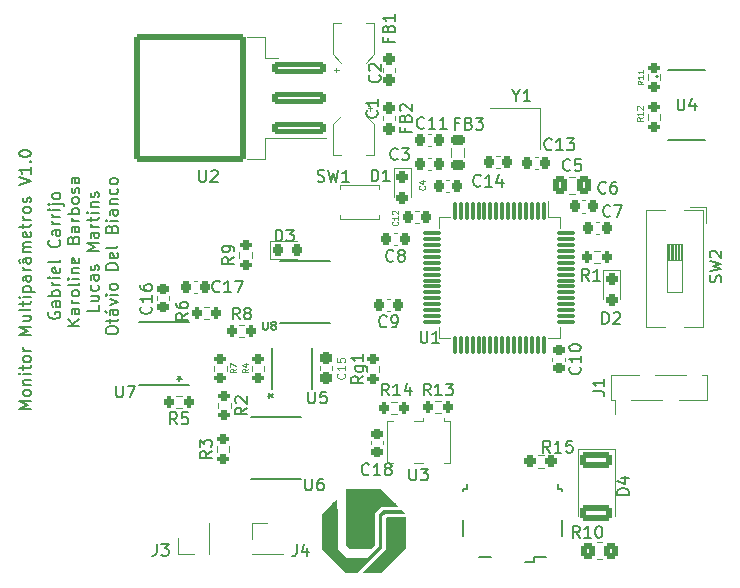
<source format=gbr>
%TF.GenerationSoftware,KiCad,Pcbnew,7.0.2*%
%TF.CreationDate,2023-11-25T19:49:37-03:00*%
%TF.ProjectId,Schematic_monitor,53636865-6d61-4746-9963-5f6d6f6e6974,rev?*%
%TF.SameCoordinates,Original*%
%TF.FileFunction,Legend,Top*%
%TF.FilePolarity,Positive*%
%FSLAX45Y45*%
G04 Gerber Fmt 4.5, Leading zero omitted, Abs format (unit mm)*
G04 Created by KiCad (PCBNEW 7.0.2) date 2023-11-25 19:49:37*
%MOMM*%
%LPD*%
G01*
G04 APERTURE LIST*
G04 Aperture macros list*
%AMRoundRect*
0 Rectangle with rounded corners*
0 $1 Rounding radius*
0 $2 $3 $4 $5 $6 $7 $8 $9 X,Y pos of 4 corners*
0 Add a 4 corners polygon primitive as box body*
4,1,4,$2,$3,$4,$5,$6,$7,$8,$9,$2,$3,0*
0 Add four circle primitives for the rounded corners*
1,1,$1+$1,$2,$3*
1,1,$1+$1,$4,$5*
1,1,$1+$1,$6,$7*
1,1,$1+$1,$8,$9*
0 Add four rect primitives between the rounded corners*
20,1,$1+$1,$2,$3,$4,$5,0*
20,1,$1+$1,$4,$5,$6,$7,0*
20,1,$1+$1,$6,$7,$8,$9,0*
20,1,$1+$1,$8,$9,$2,$3,0*%
G04 Aperture macros list end*
%ADD10C,0.150000*%
%ADD11C,0.125000*%
%ADD12C,0.062500*%
%ADD13C,0.120000*%
%ADD14C,0.152400*%
%ADD15R,1.120000X2.440000*%
%ADD16RoundRect,0.200000X-0.275000X0.200000X-0.275000X-0.200000X0.275000X-0.200000X0.275000X0.200000X0*%
%ADD17RoundRect,0.237500X-0.237500X0.287500X-0.237500X-0.287500X0.237500X-0.287500X0.237500X0.287500X0*%
%ADD18RoundRect,0.250000X0.350000X0.450000X-0.350000X0.450000X-0.350000X-0.450000X0.350000X-0.450000X0*%
%ADD19RoundRect,0.200000X0.200000X0.275000X-0.200000X0.275000X-0.200000X-0.275000X0.200000X-0.275000X0*%
%ADD20RoundRect,0.200000X0.275000X-0.200000X0.275000X0.200000X-0.275000X0.200000X-0.275000X-0.200000X0*%
%ADD21R,1.400000X1.200000*%
%ADD22RoundRect,0.225000X-0.225000X-0.250000X0.225000X-0.250000X0.225000X0.250000X-0.225000X0.250000X0*%
%ADD23RoundRect,0.237500X0.250000X0.237500X-0.250000X0.237500X-0.250000X-0.237500X0.250000X-0.237500X0*%
%ADD24RoundRect,0.225000X0.225000X0.250000X-0.225000X0.250000X-0.225000X-0.250000X0.225000X-0.250000X0*%
%ADD25RoundRect,0.250000X-0.337500X-0.475000X0.337500X-0.475000X0.337500X0.475000X-0.337500X0.475000X0*%
%ADD26RoundRect,0.237500X0.237500X-0.300000X0.237500X0.300000X-0.237500X0.300000X-0.237500X-0.300000X0*%
%ADD27RoundRect,0.075000X-0.075000X0.700000X-0.075000X-0.700000X0.075000X-0.700000X0.075000X0.700000X0*%
%ADD28RoundRect,0.075000X-0.700000X0.075000X-0.700000X-0.075000X0.700000X-0.075000X0.700000X0.075000X0*%
%ADD29O,1.150000X1.800000*%
%ADD30O,1.450000X2.000000*%
%ADD31O,0.800000X0.800000*%
%ADD32R,0.450000X1.300000*%
%ADD33RoundRect,0.218750X-0.218750X-0.256250X0.218750X-0.256250X0.218750X0.256250X-0.218750X0.256250X0*%
%ADD34R,1.600000X2.200000*%
%ADD35R,0.381000X1.219200*%
%ADD36R,1.700000X1.700000*%
%ADD37C,0.800000*%
%ADD38R,0.900000X1.700000*%
%ADD39R,1.257300X0.508000*%
%ADD40RoundRect,0.225000X-0.250000X0.225000X-0.250000X-0.225000X0.250000X-0.225000X0.250000X0.225000X0*%
%ADD41RoundRect,0.250000X2.050000X0.300000X-2.050000X0.300000X-2.050000X-0.300000X2.050000X-0.300000X0*%
%ADD42RoundRect,0.250002X4.449998X5.149998X-4.449998X5.149998X-4.449998X-5.149998X4.449998X-5.149998X0*%
%ADD43RoundRect,0.218750X-0.381250X0.218750X-0.381250X-0.218750X0.381250X-0.218750X0.381250X0.218750X0*%
%ADD44RoundRect,0.237500X0.237500X-0.287500X0.237500X0.287500X-0.237500X0.287500X-0.237500X-0.287500X0*%
%ADD45RoundRect,0.200000X-0.200000X-0.275000X0.200000X-0.275000X0.200000X0.275000X-0.200000X0.275000X0*%
%ADD46R,0.850000X2.350000*%
%ADD47R,0.711200X0.304800*%
%ADD48RoundRect,0.250000X-1.075000X0.425000X-1.075000X-0.425000X1.075000X-0.425000X1.075000X0.425000X0*%
%ADD49C,3.200000*%
G04 APERTURE END LIST*
D10*
X12762316Y-13913305D02*
X12757554Y-13922829D01*
X12757554Y-13922829D02*
X12757554Y-13937115D01*
X12757554Y-13937115D02*
X12762316Y-13951400D01*
X12762316Y-13951400D02*
X12771840Y-13960924D01*
X12771840Y-13960924D02*
X12781363Y-13965686D01*
X12781363Y-13965686D02*
X12800411Y-13970448D01*
X12800411Y-13970448D02*
X12814697Y-13970448D01*
X12814697Y-13970448D02*
X12833744Y-13965686D01*
X12833744Y-13965686D02*
X12843268Y-13960924D01*
X12843268Y-13960924D02*
X12852792Y-13951400D01*
X12852792Y-13951400D02*
X12857554Y-13937115D01*
X12857554Y-13937115D02*
X12857554Y-13927591D01*
X12857554Y-13927591D02*
X12852792Y-13913305D01*
X12852792Y-13913305D02*
X12848030Y-13908543D01*
X12848030Y-13908543D02*
X12814697Y-13908543D01*
X12814697Y-13908543D02*
X12814697Y-13927591D01*
X12857554Y-13822829D02*
X12805173Y-13822829D01*
X12805173Y-13822829D02*
X12795649Y-13827591D01*
X12795649Y-13827591D02*
X12790887Y-13837115D01*
X12790887Y-13837115D02*
X12790887Y-13856162D01*
X12790887Y-13856162D02*
X12795649Y-13865686D01*
X12852792Y-13822829D02*
X12857554Y-13832353D01*
X12857554Y-13832353D02*
X12857554Y-13856162D01*
X12857554Y-13856162D02*
X12852792Y-13865686D01*
X12852792Y-13865686D02*
X12843268Y-13870448D01*
X12843268Y-13870448D02*
X12833744Y-13870448D01*
X12833744Y-13870448D02*
X12824220Y-13865686D01*
X12824220Y-13865686D02*
X12819459Y-13856162D01*
X12819459Y-13856162D02*
X12819459Y-13832353D01*
X12819459Y-13832353D02*
X12814697Y-13822829D01*
X12857554Y-13775210D02*
X12757554Y-13775210D01*
X12795649Y-13775210D02*
X12790887Y-13765686D01*
X12790887Y-13765686D02*
X12790887Y-13746639D01*
X12790887Y-13746639D02*
X12795649Y-13737115D01*
X12795649Y-13737115D02*
X12800411Y-13732353D01*
X12800411Y-13732353D02*
X12809935Y-13727591D01*
X12809935Y-13727591D02*
X12838506Y-13727591D01*
X12838506Y-13727591D02*
X12848030Y-13732353D01*
X12848030Y-13732353D02*
X12852792Y-13737115D01*
X12852792Y-13737115D02*
X12857554Y-13746639D01*
X12857554Y-13746639D02*
X12857554Y-13765686D01*
X12857554Y-13765686D02*
X12852792Y-13775210D01*
X12857554Y-13684734D02*
X12790887Y-13684734D01*
X12809935Y-13684734D02*
X12800411Y-13679972D01*
X12800411Y-13679972D02*
X12795649Y-13675210D01*
X12795649Y-13675210D02*
X12790887Y-13665686D01*
X12790887Y-13665686D02*
X12790887Y-13656162D01*
X12857554Y-13622829D02*
X12790887Y-13622829D01*
X12757554Y-13622829D02*
X12762316Y-13627591D01*
X12762316Y-13627591D02*
X12767078Y-13622829D01*
X12767078Y-13622829D02*
X12762316Y-13618067D01*
X12762316Y-13618067D02*
X12757554Y-13622829D01*
X12757554Y-13622829D02*
X12767078Y-13622829D01*
X12852792Y-13537115D02*
X12857554Y-13546639D01*
X12857554Y-13546639D02*
X12857554Y-13565686D01*
X12857554Y-13565686D02*
X12852792Y-13575210D01*
X12852792Y-13575210D02*
X12843268Y-13579972D01*
X12843268Y-13579972D02*
X12805173Y-13579972D01*
X12805173Y-13579972D02*
X12795649Y-13575210D01*
X12795649Y-13575210D02*
X12790887Y-13565686D01*
X12790887Y-13565686D02*
X12790887Y-13546639D01*
X12790887Y-13546639D02*
X12795649Y-13537115D01*
X12795649Y-13537115D02*
X12805173Y-13532353D01*
X12805173Y-13532353D02*
X12814697Y-13532353D01*
X12814697Y-13532353D02*
X12824220Y-13579972D01*
X12857554Y-13475210D02*
X12852792Y-13484734D01*
X12852792Y-13484734D02*
X12843268Y-13489496D01*
X12843268Y-13489496D02*
X12757554Y-13489496D01*
X12848030Y-13303781D02*
X12852792Y-13308543D01*
X12852792Y-13308543D02*
X12857554Y-13322829D01*
X12857554Y-13322829D02*
X12857554Y-13332353D01*
X12857554Y-13332353D02*
X12852792Y-13346638D01*
X12852792Y-13346638D02*
X12843268Y-13356162D01*
X12843268Y-13356162D02*
X12833744Y-13360924D01*
X12833744Y-13360924D02*
X12814697Y-13365686D01*
X12814697Y-13365686D02*
X12800411Y-13365686D01*
X12800411Y-13365686D02*
X12781363Y-13360924D01*
X12781363Y-13360924D02*
X12771840Y-13356162D01*
X12771840Y-13356162D02*
X12762316Y-13346638D01*
X12762316Y-13346638D02*
X12757554Y-13332353D01*
X12757554Y-13332353D02*
X12757554Y-13322829D01*
X12757554Y-13322829D02*
X12762316Y-13308543D01*
X12762316Y-13308543D02*
X12767078Y-13303781D01*
X12857554Y-13218067D02*
X12805173Y-13218067D01*
X12805173Y-13218067D02*
X12795649Y-13222829D01*
X12795649Y-13222829D02*
X12790887Y-13232353D01*
X12790887Y-13232353D02*
X12790887Y-13251400D01*
X12790887Y-13251400D02*
X12795649Y-13260924D01*
X12852792Y-13218067D02*
X12857554Y-13227591D01*
X12857554Y-13227591D02*
X12857554Y-13251400D01*
X12857554Y-13251400D02*
X12852792Y-13260924D01*
X12852792Y-13260924D02*
X12843268Y-13265686D01*
X12843268Y-13265686D02*
X12833744Y-13265686D01*
X12833744Y-13265686D02*
X12824220Y-13260924D01*
X12824220Y-13260924D02*
X12819459Y-13251400D01*
X12819459Y-13251400D02*
X12819459Y-13227591D01*
X12819459Y-13227591D02*
X12814697Y-13218067D01*
X12857554Y-13170448D02*
X12790887Y-13170448D01*
X12809935Y-13170448D02*
X12800411Y-13165686D01*
X12800411Y-13165686D02*
X12795649Y-13160924D01*
X12795649Y-13160924D02*
X12790887Y-13151400D01*
X12790887Y-13151400D02*
X12790887Y-13141877D01*
X12857554Y-13108543D02*
X12790887Y-13108543D01*
X12809935Y-13108543D02*
X12800411Y-13103781D01*
X12800411Y-13103781D02*
X12795649Y-13099019D01*
X12795649Y-13099019D02*
X12790887Y-13089496D01*
X12790887Y-13089496D02*
X12790887Y-13079972D01*
X12857554Y-13046638D02*
X12790887Y-13046638D01*
X12757554Y-13046638D02*
X12762316Y-13051400D01*
X12762316Y-13051400D02*
X12767078Y-13046638D01*
X12767078Y-13046638D02*
X12762316Y-13041876D01*
X12762316Y-13041876D02*
X12757554Y-13046638D01*
X12757554Y-13046638D02*
X12767078Y-13046638D01*
X12790887Y-12999019D02*
X12876601Y-12999019D01*
X12876601Y-12999019D02*
X12886125Y-13003781D01*
X12886125Y-13003781D02*
X12890887Y-13013305D01*
X12890887Y-13013305D02*
X12890887Y-13018067D01*
X12757554Y-12999019D02*
X12762316Y-13003781D01*
X12762316Y-13003781D02*
X12767078Y-12999019D01*
X12767078Y-12999019D02*
X12762316Y-12994257D01*
X12762316Y-12994257D02*
X12757554Y-12999019D01*
X12757554Y-12999019D02*
X12767078Y-12999019D01*
X12857554Y-12937115D02*
X12852792Y-12946638D01*
X12852792Y-12946638D02*
X12848030Y-12951400D01*
X12848030Y-12951400D02*
X12838506Y-12956162D01*
X12838506Y-12956162D02*
X12809935Y-12956162D01*
X12809935Y-12956162D02*
X12800411Y-12951400D01*
X12800411Y-12951400D02*
X12795649Y-12946638D01*
X12795649Y-12946638D02*
X12790887Y-12937115D01*
X12790887Y-12937115D02*
X12790887Y-12922829D01*
X12790887Y-12922829D02*
X12795649Y-12913305D01*
X12795649Y-12913305D02*
X12800411Y-12908543D01*
X12800411Y-12908543D02*
X12809935Y-12903781D01*
X12809935Y-12903781D02*
X12838506Y-12903781D01*
X12838506Y-12903781D02*
X12848030Y-12908543D01*
X12848030Y-12908543D02*
X12852792Y-12913305D01*
X12852792Y-12913305D02*
X12857554Y-12922829D01*
X12857554Y-12922829D02*
X12857554Y-12937115D01*
X13019554Y-14027591D02*
X12919554Y-14027591D01*
X13019554Y-13970448D02*
X12962411Y-14013306D01*
X12919554Y-13970448D02*
X12976697Y-14027591D01*
X13019554Y-13884734D02*
X12967173Y-13884734D01*
X12967173Y-13884734D02*
X12957649Y-13889496D01*
X12957649Y-13889496D02*
X12952887Y-13899020D01*
X12952887Y-13899020D02*
X12952887Y-13918067D01*
X12952887Y-13918067D02*
X12957649Y-13927591D01*
X13014792Y-13884734D02*
X13019554Y-13894258D01*
X13019554Y-13894258D02*
X13019554Y-13918067D01*
X13019554Y-13918067D02*
X13014792Y-13927591D01*
X13014792Y-13927591D02*
X13005268Y-13932353D01*
X13005268Y-13932353D02*
X12995744Y-13932353D01*
X12995744Y-13932353D02*
X12986220Y-13927591D01*
X12986220Y-13927591D02*
X12981459Y-13918067D01*
X12981459Y-13918067D02*
X12981459Y-13894258D01*
X12981459Y-13894258D02*
X12976697Y-13884734D01*
X13019554Y-13837115D02*
X12952887Y-13837115D01*
X12971935Y-13837115D02*
X12962411Y-13832353D01*
X12962411Y-13832353D02*
X12957649Y-13827591D01*
X12957649Y-13827591D02*
X12952887Y-13818067D01*
X12952887Y-13818067D02*
X12952887Y-13808544D01*
X13019554Y-13760925D02*
X13014792Y-13770448D01*
X13014792Y-13770448D02*
X13010030Y-13775210D01*
X13010030Y-13775210D02*
X13000506Y-13779972D01*
X13000506Y-13779972D02*
X12971935Y-13779972D01*
X12971935Y-13779972D02*
X12962411Y-13775210D01*
X12962411Y-13775210D02*
X12957649Y-13770448D01*
X12957649Y-13770448D02*
X12952887Y-13760925D01*
X12952887Y-13760925D02*
X12952887Y-13746639D01*
X12952887Y-13746639D02*
X12957649Y-13737115D01*
X12957649Y-13737115D02*
X12962411Y-13732353D01*
X12962411Y-13732353D02*
X12971935Y-13727591D01*
X12971935Y-13727591D02*
X13000506Y-13727591D01*
X13000506Y-13727591D02*
X13010030Y-13732353D01*
X13010030Y-13732353D02*
X13014792Y-13737115D01*
X13014792Y-13737115D02*
X13019554Y-13746639D01*
X13019554Y-13746639D02*
X13019554Y-13760925D01*
X13019554Y-13670448D02*
X13014792Y-13679972D01*
X13014792Y-13679972D02*
X13005268Y-13684734D01*
X13005268Y-13684734D02*
X12919554Y-13684734D01*
X13019554Y-13632353D02*
X12952887Y-13632353D01*
X12919554Y-13632353D02*
X12924316Y-13637115D01*
X12924316Y-13637115D02*
X12929078Y-13632353D01*
X12929078Y-13632353D02*
X12924316Y-13627591D01*
X12924316Y-13627591D02*
X12919554Y-13632353D01*
X12919554Y-13632353D02*
X12929078Y-13632353D01*
X12952887Y-13584734D02*
X13019554Y-13584734D01*
X12962411Y-13584734D02*
X12957649Y-13579972D01*
X12957649Y-13579972D02*
X12952887Y-13570448D01*
X12952887Y-13570448D02*
X12952887Y-13556163D01*
X12952887Y-13556163D02*
X12957649Y-13546639D01*
X12957649Y-13546639D02*
X12967173Y-13541877D01*
X12967173Y-13541877D02*
X13019554Y-13541877D01*
X13014792Y-13456163D02*
X13019554Y-13465686D01*
X13019554Y-13465686D02*
X13019554Y-13484734D01*
X13019554Y-13484734D02*
X13014792Y-13494258D01*
X13014792Y-13494258D02*
X13005268Y-13499020D01*
X13005268Y-13499020D02*
X12967173Y-13499020D01*
X12967173Y-13499020D02*
X12957649Y-13494258D01*
X12957649Y-13494258D02*
X12952887Y-13484734D01*
X12952887Y-13484734D02*
X12952887Y-13465686D01*
X12952887Y-13465686D02*
X12957649Y-13456163D01*
X12957649Y-13456163D02*
X12967173Y-13451401D01*
X12967173Y-13451401D02*
X12976697Y-13451401D01*
X12976697Y-13451401D02*
X12986220Y-13499020D01*
X12967173Y-13299020D02*
X12971935Y-13284734D01*
X12971935Y-13284734D02*
X12976697Y-13279972D01*
X12976697Y-13279972D02*
X12986220Y-13275210D01*
X12986220Y-13275210D02*
X13000506Y-13275210D01*
X13000506Y-13275210D02*
X13010030Y-13279972D01*
X13010030Y-13279972D02*
X13014792Y-13284734D01*
X13014792Y-13284734D02*
X13019554Y-13294258D01*
X13019554Y-13294258D02*
X13019554Y-13332353D01*
X13019554Y-13332353D02*
X12919554Y-13332353D01*
X12919554Y-13332353D02*
X12919554Y-13299020D01*
X12919554Y-13299020D02*
X12924316Y-13289496D01*
X12924316Y-13289496D02*
X12929078Y-13284734D01*
X12929078Y-13284734D02*
X12938601Y-13279972D01*
X12938601Y-13279972D02*
X12948125Y-13279972D01*
X12948125Y-13279972D02*
X12957649Y-13284734D01*
X12957649Y-13284734D02*
X12962411Y-13289496D01*
X12962411Y-13289496D02*
X12967173Y-13299020D01*
X12967173Y-13299020D02*
X12967173Y-13332353D01*
X13019554Y-13189496D02*
X12967173Y-13189496D01*
X12967173Y-13189496D02*
X12957649Y-13194258D01*
X12957649Y-13194258D02*
X12952887Y-13203782D01*
X12952887Y-13203782D02*
X12952887Y-13222829D01*
X12952887Y-13222829D02*
X12957649Y-13232353D01*
X13014792Y-13189496D02*
X13019554Y-13199020D01*
X13019554Y-13199020D02*
X13019554Y-13222829D01*
X13019554Y-13222829D02*
X13014792Y-13232353D01*
X13014792Y-13232353D02*
X13005268Y-13237115D01*
X13005268Y-13237115D02*
X12995744Y-13237115D01*
X12995744Y-13237115D02*
X12986220Y-13232353D01*
X12986220Y-13232353D02*
X12981459Y-13222829D01*
X12981459Y-13222829D02*
X12981459Y-13199020D01*
X12981459Y-13199020D02*
X12976697Y-13189496D01*
X13019554Y-13141877D02*
X12952887Y-13141877D01*
X12971935Y-13141877D02*
X12962411Y-13137115D01*
X12962411Y-13137115D02*
X12957649Y-13132353D01*
X12957649Y-13132353D02*
X12952887Y-13122829D01*
X12952887Y-13122829D02*
X12952887Y-13113305D01*
X13019554Y-13079972D02*
X12919554Y-13079972D01*
X12957649Y-13079972D02*
X12952887Y-13070448D01*
X12952887Y-13070448D02*
X12952887Y-13051401D01*
X12952887Y-13051401D02*
X12957649Y-13041877D01*
X12957649Y-13041877D02*
X12962411Y-13037115D01*
X12962411Y-13037115D02*
X12971935Y-13032353D01*
X12971935Y-13032353D02*
X13000506Y-13032353D01*
X13000506Y-13032353D02*
X13010030Y-13037115D01*
X13010030Y-13037115D02*
X13014792Y-13041877D01*
X13014792Y-13041877D02*
X13019554Y-13051401D01*
X13019554Y-13051401D02*
X13019554Y-13070448D01*
X13019554Y-13070448D02*
X13014792Y-13079972D01*
X13019554Y-12975210D02*
X13014792Y-12984734D01*
X13014792Y-12984734D02*
X13010030Y-12989496D01*
X13010030Y-12989496D02*
X13000506Y-12994258D01*
X13000506Y-12994258D02*
X12971935Y-12994258D01*
X12971935Y-12994258D02*
X12962411Y-12989496D01*
X12962411Y-12989496D02*
X12957649Y-12984734D01*
X12957649Y-12984734D02*
X12952887Y-12975210D01*
X12952887Y-12975210D02*
X12952887Y-12960924D01*
X12952887Y-12960924D02*
X12957649Y-12951401D01*
X12957649Y-12951401D02*
X12962411Y-12946639D01*
X12962411Y-12946639D02*
X12971935Y-12941877D01*
X12971935Y-12941877D02*
X13000506Y-12941877D01*
X13000506Y-12941877D02*
X13010030Y-12946639D01*
X13010030Y-12946639D02*
X13014792Y-12951401D01*
X13014792Y-12951401D02*
X13019554Y-12960924D01*
X13019554Y-12960924D02*
X13019554Y-12975210D01*
X13014792Y-12903782D02*
X13019554Y-12894258D01*
X13019554Y-12894258D02*
X13019554Y-12875210D01*
X13019554Y-12875210D02*
X13014792Y-12865686D01*
X13014792Y-12865686D02*
X13005268Y-12860924D01*
X13005268Y-12860924D02*
X13000506Y-12860924D01*
X13000506Y-12860924D02*
X12990982Y-12865686D01*
X12990982Y-12865686D02*
X12986220Y-12875210D01*
X12986220Y-12875210D02*
X12986220Y-12889496D01*
X12986220Y-12889496D02*
X12981459Y-12899020D01*
X12981459Y-12899020D02*
X12971935Y-12903782D01*
X12971935Y-12903782D02*
X12967173Y-12903782D01*
X12967173Y-12903782D02*
X12957649Y-12899020D01*
X12957649Y-12899020D02*
X12952887Y-12889496D01*
X12952887Y-12889496D02*
X12952887Y-12875210D01*
X12952887Y-12875210D02*
X12957649Y-12865686D01*
X13019554Y-12775210D02*
X12967173Y-12775210D01*
X12967173Y-12775210D02*
X12957649Y-12779972D01*
X12957649Y-12779972D02*
X12952887Y-12789496D01*
X12952887Y-12789496D02*
X12952887Y-12808543D01*
X12952887Y-12808543D02*
X12957649Y-12818067D01*
X13014792Y-12775210D02*
X13019554Y-12784734D01*
X13019554Y-12784734D02*
X13019554Y-12808543D01*
X13019554Y-12808543D02*
X13014792Y-12818067D01*
X13014792Y-12818067D02*
X13005268Y-12822829D01*
X13005268Y-12822829D02*
X12995744Y-12822829D01*
X12995744Y-12822829D02*
X12986220Y-12818067D01*
X12986220Y-12818067D02*
X12981459Y-12808543D01*
X12981459Y-12808543D02*
X12981459Y-12784734D01*
X12981459Y-12784734D02*
X12976697Y-12775210D01*
X13181554Y-13853782D02*
X13181554Y-13901401D01*
X13181554Y-13901401D02*
X13081554Y-13901401D01*
X13114887Y-13777591D02*
X13181554Y-13777591D01*
X13114887Y-13820448D02*
X13167268Y-13820448D01*
X13167268Y-13820448D02*
X13176792Y-13815686D01*
X13176792Y-13815686D02*
X13181554Y-13806163D01*
X13181554Y-13806163D02*
X13181554Y-13791877D01*
X13181554Y-13791877D02*
X13176792Y-13782353D01*
X13176792Y-13782353D02*
X13172030Y-13777591D01*
X13176792Y-13687115D02*
X13181554Y-13696639D01*
X13181554Y-13696639D02*
X13181554Y-13715686D01*
X13181554Y-13715686D02*
X13176792Y-13725210D01*
X13176792Y-13725210D02*
X13172030Y-13729972D01*
X13172030Y-13729972D02*
X13162506Y-13734734D01*
X13162506Y-13734734D02*
X13133935Y-13734734D01*
X13133935Y-13734734D02*
X13124411Y-13729972D01*
X13124411Y-13729972D02*
X13119649Y-13725210D01*
X13119649Y-13725210D02*
X13114887Y-13715686D01*
X13114887Y-13715686D02*
X13114887Y-13696639D01*
X13114887Y-13696639D02*
X13119649Y-13687115D01*
X13181554Y-13601401D02*
X13129173Y-13601401D01*
X13129173Y-13601401D02*
X13119649Y-13606163D01*
X13119649Y-13606163D02*
X13114887Y-13615686D01*
X13114887Y-13615686D02*
X13114887Y-13634734D01*
X13114887Y-13634734D02*
X13119649Y-13644258D01*
X13176792Y-13601401D02*
X13181554Y-13610925D01*
X13181554Y-13610925D02*
X13181554Y-13634734D01*
X13181554Y-13634734D02*
X13176792Y-13644258D01*
X13176792Y-13644258D02*
X13167268Y-13649020D01*
X13167268Y-13649020D02*
X13157744Y-13649020D01*
X13157744Y-13649020D02*
X13148220Y-13644258D01*
X13148220Y-13644258D02*
X13143459Y-13634734D01*
X13143459Y-13634734D02*
X13143459Y-13610925D01*
X13143459Y-13610925D02*
X13138697Y-13601401D01*
X13176792Y-13558544D02*
X13181554Y-13549020D01*
X13181554Y-13549020D02*
X13181554Y-13529972D01*
X13181554Y-13529972D02*
X13176792Y-13520448D01*
X13176792Y-13520448D02*
X13167268Y-13515686D01*
X13167268Y-13515686D02*
X13162506Y-13515686D01*
X13162506Y-13515686D02*
X13152982Y-13520448D01*
X13152982Y-13520448D02*
X13148220Y-13529972D01*
X13148220Y-13529972D02*
X13148220Y-13544258D01*
X13148220Y-13544258D02*
X13143459Y-13553782D01*
X13143459Y-13553782D02*
X13133935Y-13558544D01*
X13133935Y-13558544D02*
X13129173Y-13558544D01*
X13129173Y-13558544D02*
X13119649Y-13553782D01*
X13119649Y-13553782D02*
X13114887Y-13544258D01*
X13114887Y-13544258D02*
X13114887Y-13529972D01*
X13114887Y-13529972D02*
X13119649Y-13520448D01*
X13181554Y-13396639D02*
X13081554Y-13396639D01*
X13081554Y-13396639D02*
X13152982Y-13363305D01*
X13152982Y-13363305D02*
X13081554Y-13329972D01*
X13081554Y-13329972D02*
X13181554Y-13329972D01*
X13181554Y-13239496D02*
X13129173Y-13239496D01*
X13129173Y-13239496D02*
X13119649Y-13244258D01*
X13119649Y-13244258D02*
X13114887Y-13253782D01*
X13114887Y-13253782D02*
X13114887Y-13272829D01*
X13114887Y-13272829D02*
X13119649Y-13282353D01*
X13176792Y-13239496D02*
X13181554Y-13249020D01*
X13181554Y-13249020D02*
X13181554Y-13272829D01*
X13181554Y-13272829D02*
X13176792Y-13282353D01*
X13176792Y-13282353D02*
X13167268Y-13287115D01*
X13167268Y-13287115D02*
X13157744Y-13287115D01*
X13157744Y-13287115D02*
X13148220Y-13282353D01*
X13148220Y-13282353D02*
X13143459Y-13272829D01*
X13143459Y-13272829D02*
X13143459Y-13249020D01*
X13143459Y-13249020D02*
X13138697Y-13239496D01*
X13181554Y-13191877D02*
X13114887Y-13191877D01*
X13133935Y-13191877D02*
X13124411Y-13187115D01*
X13124411Y-13187115D02*
X13119649Y-13182353D01*
X13119649Y-13182353D02*
X13114887Y-13172829D01*
X13114887Y-13172829D02*
X13114887Y-13163305D01*
X13114887Y-13144258D02*
X13114887Y-13106163D01*
X13081554Y-13129972D02*
X13167268Y-13129972D01*
X13167268Y-13129972D02*
X13176792Y-13125210D01*
X13176792Y-13125210D02*
X13181554Y-13115686D01*
X13181554Y-13115686D02*
X13181554Y-13106163D01*
X13181554Y-13072829D02*
X13114887Y-13072829D01*
X13081554Y-13072829D02*
X13086316Y-13077591D01*
X13086316Y-13077591D02*
X13091078Y-13072829D01*
X13091078Y-13072829D02*
X13086316Y-13068067D01*
X13086316Y-13068067D02*
X13081554Y-13072829D01*
X13081554Y-13072829D02*
X13091078Y-13072829D01*
X13114887Y-13025210D02*
X13181554Y-13025210D01*
X13124411Y-13025210D02*
X13119649Y-13020448D01*
X13119649Y-13020448D02*
X13114887Y-13010924D01*
X13114887Y-13010924D02*
X13114887Y-12996639D01*
X13114887Y-12996639D02*
X13119649Y-12987115D01*
X13119649Y-12987115D02*
X13129173Y-12982353D01*
X13129173Y-12982353D02*
X13181554Y-12982353D01*
X13176792Y-12939496D02*
X13181554Y-12929972D01*
X13181554Y-12929972D02*
X13181554Y-12910924D01*
X13181554Y-12910924D02*
X13176792Y-12901401D01*
X13176792Y-12901401D02*
X13167268Y-12896639D01*
X13167268Y-12896639D02*
X13162506Y-12896639D01*
X13162506Y-12896639D02*
X13152982Y-12901401D01*
X13152982Y-12901401D02*
X13148220Y-12910924D01*
X13148220Y-12910924D02*
X13148220Y-12925210D01*
X13148220Y-12925210D02*
X13143459Y-12934734D01*
X13143459Y-12934734D02*
X13133935Y-12939496D01*
X13133935Y-12939496D02*
X13129173Y-12939496D01*
X13129173Y-12939496D02*
X13119649Y-12934734D01*
X13119649Y-12934734D02*
X13114887Y-12925210D01*
X13114887Y-12925210D02*
X13114887Y-12910924D01*
X13114887Y-12910924D02*
X13119649Y-12901401D01*
X13243554Y-14077591D02*
X13243554Y-14058544D01*
X13243554Y-14058544D02*
X13248316Y-14049020D01*
X13248316Y-14049020D02*
X13257840Y-14039496D01*
X13257840Y-14039496D02*
X13276887Y-14034734D01*
X13276887Y-14034734D02*
X13310220Y-14034734D01*
X13310220Y-14034734D02*
X13329268Y-14039496D01*
X13329268Y-14039496D02*
X13338792Y-14049020D01*
X13338792Y-14049020D02*
X13343554Y-14058544D01*
X13343554Y-14058544D02*
X13343554Y-14077591D01*
X13343554Y-14077591D02*
X13338792Y-14087115D01*
X13338792Y-14087115D02*
X13329268Y-14096639D01*
X13329268Y-14096639D02*
X13310220Y-14101401D01*
X13310220Y-14101401D02*
X13276887Y-14101401D01*
X13276887Y-14101401D02*
X13257840Y-14096639D01*
X13257840Y-14096639D02*
X13248316Y-14087115D01*
X13248316Y-14087115D02*
X13243554Y-14077591D01*
X13276887Y-14006163D02*
X13276887Y-13968067D01*
X13243554Y-13991877D02*
X13329268Y-13991877D01*
X13329268Y-13991877D02*
X13338792Y-13987115D01*
X13338792Y-13987115D02*
X13343554Y-13977591D01*
X13343554Y-13977591D02*
X13343554Y-13968067D01*
X13343554Y-13891877D02*
X13291173Y-13891877D01*
X13291173Y-13891877D02*
X13281649Y-13896639D01*
X13281649Y-13896639D02*
X13276887Y-13906163D01*
X13276887Y-13906163D02*
X13276887Y-13925210D01*
X13276887Y-13925210D02*
X13281649Y-13934734D01*
X13338792Y-13891877D02*
X13343554Y-13901401D01*
X13343554Y-13901401D02*
X13343554Y-13925210D01*
X13343554Y-13925210D02*
X13338792Y-13934734D01*
X13338792Y-13934734D02*
X13329268Y-13939496D01*
X13329268Y-13939496D02*
X13319744Y-13939496D01*
X13319744Y-13939496D02*
X13310220Y-13934734D01*
X13310220Y-13934734D02*
X13305459Y-13925210D01*
X13305459Y-13925210D02*
X13305459Y-13901401D01*
X13305459Y-13901401D02*
X13300697Y-13891877D01*
X13238792Y-13906163D02*
X13253078Y-13920448D01*
X13276887Y-13853782D02*
X13343554Y-13829972D01*
X13343554Y-13829972D02*
X13276887Y-13806163D01*
X13343554Y-13768067D02*
X13276887Y-13768067D01*
X13243554Y-13768067D02*
X13248316Y-13772829D01*
X13248316Y-13772829D02*
X13253078Y-13768067D01*
X13253078Y-13768067D02*
X13248316Y-13763305D01*
X13248316Y-13763305D02*
X13243554Y-13768067D01*
X13243554Y-13768067D02*
X13253078Y-13768067D01*
X13343554Y-13706163D02*
X13338792Y-13715686D01*
X13338792Y-13715686D02*
X13334030Y-13720448D01*
X13334030Y-13720448D02*
X13324506Y-13725210D01*
X13324506Y-13725210D02*
X13295935Y-13725210D01*
X13295935Y-13725210D02*
X13286411Y-13720448D01*
X13286411Y-13720448D02*
X13281649Y-13715686D01*
X13281649Y-13715686D02*
X13276887Y-13706163D01*
X13276887Y-13706163D02*
X13276887Y-13691877D01*
X13276887Y-13691877D02*
X13281649Y-13682353D01*
X13281649Y-13682353D02*
X13286411Y-13677591D01*
X13286411Y-13677591D02*
X13295935Y-13672829D01*
X13295935Y-13672829D02*
X13324506Y-13672829D01*
X13324506Y-13672829D02*
X13334030Y-13677591D01*
X13334030Y-13677591D02*
X13338792Y-13682353D01*
X13338792Y-13682353D02*
X13343554Y-13691877D01*
X13343554Y-13691877D02*
X13343554Y-13706163D01*
X13343554Y-13553782D02*
X13243554Y-13553782D01*
X13243554Y-13553782D02*
X13243554Y-13529972D01*
X13243554Y-13529972D02*
X13248316Y-13515686D01*
X13248316Y-13515686D02*
X13257840Y-13506163D01*
X13257840Y-13506163D02*
X13267363Y-13501401D01*
X13267363Y-13501401D02*
X13286411Y-13496639D01*
X13286411Y-13496639D02*
X13300697Y-13496639D01*
X13300697Y-13496639D02*
X13319744Y-13501401D01*
X13319744Y-13501401D02*
X13329268Y-13506163D01*
X13329268Y-13506163D02*
X13338792Y-13515686D01*
X13338792Y-13515686D02*
X13343554Y-13529972D01*
X13343554Y-13529972D02*
X13343554Y-13553782D01*
X13338792Y-13415686D02*
X13343554Y-13425210D01*
X13343554Y-13425210D02*
X13343554Y-13444258D01*
X13343554Y-13444258D02*
X13338792Y-13453782D01*
X13338792Y-13453782D02*
X13329268Y-13458544D01*
X13329268Y-13458544D02*
X13291173Y-13458544D01*
X13291173Y-13458544D02*
X13281649Y-13453782D01*
X13281649Y-13453782D02*
X13276887Y-13444258D01*
X13276887Y-13444258D02*
X13276887Y-13425210D01*
X13276887Y-13425210D02*
X13281649Y-13415686D01*
X13281649Y-13415686D02*
X13291173Y-13410925D01*
X13291173Y-13410925D02*
X13300697Y-13410925D01*
X13300697Y-13410925D02*
X13310220Y-13458544D01*
X13343554Y-13353782D02*
X13338792Y-13363305D01*
X13338792Y-13363305D02*
X13329268Y-13368067D01*
X13329268Y-13368067D02*
X13243554Y-13368067D01*
X13291173Y-13206163D02*
X13295935Y-13191877D01*
X13295935Y-13191877D02*
X13300697Y-13187115D01*
X13300697Y-13187115D02*
X13310220Y-13182353D01*
X13310220Y-13182353D02*
X13324506Y-13182353D01*
X13324506Y-13182353D02*
X13334030Y-13187115D01*
X13334030Y-13187115D02*
X13338792Y-13191877D01*
X13338792Y-13191877D02*
X13343554Y-13201401D01*
X13343554Y-13201401D02*
X13343554Y-13239496D01*
X13343554Y-13239496D02*
X13243554Y-13239496D01*
X13243554Y-13239496D02*
X13243554Y-13206163D01*
X13243554Y-13206163D02*
X13248316Y-13196639D01*
X13248316Y-13196639D02*
X13253078Y-13191877D01*
X13253078Y-13191877D02*
X13262601Y-13187115D01*
X13262601Y-13187115D02*
X13272125Y-13187115D01*
X13272125Y-13187115D02*
X13281649Y-13191877D01*
X13281649Y-13191877D02*
X13286411Y-13196639D01*
X13286411Y-13196639D02*
X13291173Y-13206163D01*
X13291173Y-13206163D02*
X13291173Y-13239496D01*
X13343554Y-13139496D02*
X13276887Y-13139496D01*
X13243554Y-13139496D02*
X13248316Y-13144258D01*
X13248316Y-13144258D02*
X13253078Y-13139496D01*
X13253078Y-13139496D02*
X13248316Y-13134734D01*
X13248316Y-13134734D02*
X13243554Y-13139496D01*
X13243554Y-13139496D02*
X13253078Y-13139496D01*
X13343554Y-13049020D02*
X13291173Y-13049020D01*
X13291173Y-13049020D02*
X13281649Y-13053782D01*
X13281649Y-13053782D02*
X13276887Y-13063305D01*
X13276887Y-13063305D02*
X13276887Y-13082353D01*
X13276887Y-13082353D02*
X13281649Y-13091877D01*
X13338792Y-13049020D02*
X13343554Y-13058544D01*
X13343554Y-13058544D02*
X13343554Y-13082353D01*
X13343554Y-13082353D02*
X13338792Y-13091877D01*
X13338792Y-13091877D02*
X13329268Y-13096639D01*
X13329268Y-13096639D02*
X13319744Y-13096639D01*
X13319744Y-13096639D02*
X13310220Y-13091877D01*
X13310220Y-13091877D02*
X13305459Y-13082353D01*
X13305459Y-13082353D02*
X13305459Y-13058544D01*
X13305459Y-13058544D02*
X13300697Y-13049020D01*
X13276887Y-13001401D02*
X13343554Y-13001401D01*
X13286411Y-13001401D02*
X13281649Y-12996639D01*
X13281649Y-12996639D02*
X13276887Y-12987115D01*
X13276887Y-12987115D02*
X13276887Y-12972829D01*
X13276887Y-12972829D02*
X13281649Y-12963305D01*
X13281649Y-12963305D02*
X13291173Y-12958544D01*
X13291173Y-12958544D02*
X13343554Y-12958544D01*
X13338792Y-12868067D02*
X13343554Y-12877591D01*
X13343554Y-12877591D02*
X13343554Y-12896639D01*
X13343554Y-12896639D02*
X13338792Y-12906163D01*
X13338792Y-12906163D02*
X13334030Y-12910924D01*
X13334030Y-12910924D02*
X13324506Y-12915686D01*
X13324506Y-12915686D02*
X13295935Y-12915686D01*
X13295935Y-12915686D02*
X13286411Y-12910924D01*
X13286411Y-12910924D02*
X13281649Y-12906163D01*
X13281649Y-12906163D02*
X13276887Y-12896639D01*
X13276887Y-12896639D02*
X13276887Y-12877591D01*
X13276887Y-12877591D02*
X13281649Y-12868067D01*
X13343554Y-12810924D02*
X13338792Y-12820448D01*
X13338792Y-12820448D02*
X13334030Y-12825210D01*
X13334030Y-12825210D02*
X13324506Y-12829972D01*
X13324506Y-12829972D02*
X13295935Y-12829972D01*
X13295935Y-12829972D02*
X13286411Y-12825210D01*
X13286411Y-12825210D02*
X13281649Y-12820448D01*
X13281649Y-12820448D02*
X13276887Y-12810924D01*
X13276887Y-12810924D02*
X13276887Y-12796639D01*
X13276887Y-12796639D02*
X13281649Y-12787115D01*
X13281649Y-12787115D02*
X13286411Y-12782353D01*
X13286411Y-12782353D02*
X13295935Y-12777591D01*
X13295935Y-12777591D02*
X13324506Y-12777591D01*
X13324506Y-12777591D02*
X13334030Y-12782353D01*
X13334030Y-12782353D02*
X13338792Y-12787115D01*
X13338792Y-12787115D02*
X13343554Y-12796639D01*
X13343554Y-12796639D02*
X13343554Y-12810924D01*
X12608554Y-14731686D02*
X12508554Y-14731686D01*
X12508554Y-14731686D02*
X12579982Y-14698353D01*
X12579982Y-14698353D02*
X12508554Y-14665020D01*
X12508554Y-14665020D02*
X12608554Y-14665020D01*
X12608554Y-14603115D02*
X12603792Y-14612639D01*
X12603792Y-14612639D02*
X12599030Y-14617401D01*
X12599030Y-14617401D02*
X12589506Y-14622163D01*
X12589506Y-14622163D02*
X12560935Y-14622163D01*
X12560935Y-14622163D02*
X12551411Y-14617401D01*
X12551411Y-14617401D02*
X12546649Y-14612639D01*
X12546649Y-14612639D02*
X12541887Y-14603115D01*
X12541887Y-14603115D02*
X12541887Y-14588829D01*
X12541887Y-14588829D02*
X12546649Y-14579306D01*
X12546649Y-14579306D02*
X12551411Y-14574544D01*
X12551411Y-14574544D02*
X12560935Y-14569782D01*
X12560935Y-14569782D02*
X12589506Y-14569782D01*
X12589506Y-14569782D02*
X12599030Y-14574544D01*
X12599030Y-14574544D02*
X12603792Y-14579306D01*
X12603792Y-14579306D02*
X12608554Y-14588829D01*
X12608554Y-14588829D02*
X12608554Y-14603115D01*
X12541887Y-14526925D02*
X12608554Y-14526925D01*
X12551411Y-14526925D02*
X12546649Y-14522163D01*
X12546649Y-14522163D02*
X12541887Y-14512639D01*
X12541887Y-14512639D02*
X12541887Y-14498353D01*
X12541887Y-14498353D02*
X12546649Y-14488829D01*
X12546649Y-14488829D02*
X12556173Y-14484067D01*
X12556173Y-14484067D02*
X12608554Y-14484067D01*
X12608554Y-14436448D02*
X12541887Y-14436448D01*
X12508554Y-14436448D02*
X12513316Y-14441210D01*
X12513316Y-14441210D02*
X12518078Y-14436448D01*
X12518078Y-14436448D02*
X12513316Y-14431686D01*
X12513316Y-14431686D02*
X12508554Y-14436448D01*
X12508554Y-14436448D02*
X12518078Y-14436448D01*
X12541887Y-14403115D02*
X12541887Y-14365020D01*
X12508554Y-14388829D02*
X12594268Y-14388829D01*
X12594268Y-14388829D02*
X12603792Y-14384067D01*
X12603792Y-14384067D02*
X12608554Y-14374544D01*
X12608554Y-14374544D02*
X12608554Y-14365020D01*
X12608554Y-14317401D02*
X12603792Y-14326925D01*
X12603792Y-14326925D02*
X12599030Y-14331686D01*
X12599030Y-14331686D02*
X12589506Y-14336448D01*
X12589506Y-14336448D02*
X12560935Y-14336448D01*
X12560935Y-14336448D02*
X12551411Y-14331686D01*
X12551411Y-14331686D02*
X12546649Y-14326925D01*
X12546649Y-14326925D02*
X12541887Y-14317401D01*
X12541887Y-14317401D02*
X12541887Y-14303115D01*
X12541887Y-14303115D02*
X12546649Y-14293591D01*
X12546649Y-14293591D02*
X12551411Y-14288829D01*
X12551411Y-14288829D02*
X12560935Y-14284067D01*
X12560935Y-14284067D02*
X12589506Y-14284067D01*
X12589506Y-14284067D02*
X12599030Y-14288829D01*
X12599030Y-14288829D02*
X12603792Y-14293591D01*
X12603792Y-14293591D02*
X12608554Y-14303115D01*
X12608554Y-14303115D02*
X12608554Y-14317401D01*
X12608554Y-14241210D02*
X12541887Y-14241210D01*
X12560935Y-14241210D02*
X12551411Y-14236448D01*
X12551411Y-14236448D02*
X12546649Y-14231686D01*
X12546649Y-14231686D02*
X12541887Y-14222163D01*
X12541887Y-14222163D02*
X12541887Y-14212639D01*
X12608554Y-14103115D02*
X12508554Y-14103115D01*
X12508554Y-14103115D02*
X12579982Y-14069782D01*
X12579982Y-14069782D02*
X12508554Y-14036448D01*
X12508554Y-14036448D02*
X12608554Y-14036448D01*
X12541887Y-13945972D02*
X12608554Y-13945972D01*
X12541887Y-13988829D02*
X12594268Y-13988829D01*
X12594268Y-13988829D02*
X12603792Y-13984067D01*
X12603792Y-13984067D02*
X12608554Y-13974544D01*
X12608554Y-13974544D02*
X12608554Y-13960258D01*
X12608554Y-13960258D02*
X12603792Y-13950734D01*
X12603792Y-13950734D02*
X12599030Y-13945972D01*
X12608554Y-13884067D02*
X12603792Y-13893591D01*
X12603792Y-13893591D02*
X12594268Y-13898353D01*
X12594268Y-13898353D02*
X12508554Y-13898353D01*
X12541887Y-13860258D02*
X12541887Y-13822163D01*
X12508554Y-13845972D02*
X12594268Y-13845972D01*
X12594268Y-13845972D02*
X12603792Y-13841210D01*
X12603792Y-13841210D02*
X12608554Y-13831686D01*
X12608554Y-13831686D02*
X12608554Y-13822163D01*
X12608554Y-13788829D02*
X12541887Y-13788829D01*
X12508554Y-13788829D02*
X12513316Y-13793591D01*
X12513316Y-13793591D02*
X12518078Y-13788829D01*
X12518078Y-13788829D02*
X12513316Y-13784067D01*
X12513316Y-13784067D02*
X12508554Y-13788829D01*
X12508554Y-13788829D02*
X12518078Y-13788829D01*
X12541887Y-13741210D02*
X12641887Y-13741210D01*
X12546649Y-13741210D02*
X12541887Y-13731686D01*
X12541887Y-13731686D02*
X12541887Y-13712639D01*
X12541887Y-13712639D02*
X12546649Y-13703115D01*
X12546649Y-13703115D02*
X12551411Y-13698353D01*
X12551411Y-13698353D02*
X12560935Y-13693591D01*
X12560935Y-13693591D02*
X12589506Y-13693591D01*
X12589506Y-13693591D02*
X12599030Y-13698353D01*
X12599030Y-13698353D02*
X12603792Y-13703115D01*
X12603792Y-13703115D02*
X12608554Y-13712639D01*
X12608554Y-13712639D02*
X12608554Y-13731686D01*
X12608554Y-13731686D02*
X12603792Y-13741210D01*
X12608554Y-13607877D02*
X12556173Y-13607877D01*
X12556173Y-13607877D02*
X12546649Y-13612639D01*
X12546649Y-13612639D02*
X12541887Y-13622163D01*
X12541887Y-13622163D02*
X12541887Y-13641210D01*
X12541887Y-13641210D02*
X12546649Y-13650734D01*
X12603792Y-13607877D02*
X12608554Y-13617401D01*
X12608554Y-13617401D02*
X12608554Y-13641210D01*
X12608554Y-13641210D02*
X12603792Y-13650734D01*
X12603792Y-13650734D02*
X12594268Y-13655496D01*
X12594268Y-13655496D02*
X12584744Y-13655496D01*
X12584744Y-13655496D02*
X12575220Y-13650734D01*
X12575220Y-13650734D02*
X12570459Y-13641210D01*
X12570459Y-13641210D02*
X12570459Y-13617401D01*
X12570459Y-13617401D02*
X12565697Y-13607877D01*
X12608554Y-13560258D02*
X12541887Y-13560258D01*
X12560935Y-13560258D02*
X12551411Y-13555496D01*
X12551411Y-13555496D02*
X12546649Y-13550734D01*
X12546649Y-13550734D02*
X12541887Y-13541210D01*
X12541887Y-13541210D02*
X12541887Y-13531686D01*
X12608554Y-13455496D02*
X12556173Y-13455496D01*
X12556173Y-13455496D02*
X12546649Y-13460258D01*
X12546649Y-13460258D02*
X12541887Y-13469782D01*
X12541887Y-13469782D02*
X12541887Y-13488829D01*
X12541887Y-13488829D02*
X12546649Y-13498353D01*
X12603792Y-13455496D02*
X12608554Y-13465020D01*
X12608554Y-13465020D02*
X12608554Y-13488829D01*
X12608554Y-13488829D02*
X12603792Y-13498353D01*
X12603792Y-13498353D02*
X12594268Y-13503115D01*
X12594268Y-13503115D02*
X12584744Y-13503115D01*
X12584744Y-13503115D02*
X12575220Y-13498353D01*
X12575220Y-13498353D02*
X12570459Y-13488829D01*
X12570459Y-13488829D02*
X12570459Y-13465020D01*
X12570459Y-13465020D02*
X12565697Y-13455496D01*
X12518078Y-13498353D02*
X12503792Y-13479305D01*
X12503792Y-13479305D02*
X12518078Y-13460258D01*
X12608554Y-13407877D02*
X12541887Y-13407877D01*
X12551411Y-13407877D02*
X12546649Y-13403115D01*
X12546649Y-13403115D02*
X12541887Y-13393591D01*
X12541887Y-13393591D02*
X12541887Y-13379305D01*
X12541887Y-13379305D02*
X12546649Y-13369782D01*
X12546649Y-13369782D02*
X12556173Y-13365020D01*
X12556173Y-13365020D02*
X12608554Y-13365020D01*
X12556173Y-13365020D02*
X12546649Y-13360258D01*
X12546649Y-13360258D02*
X12541887Y-13350734D01*
X12541887Y-13350734D02*
X12541887Y-13336448D01*
X12541887Y-13336448D02*
X12546649Y-13326924D01*
X12546649Y-13326924D02*
X12556173Y-13322162D01*
X12556173Y-13322162D02*
X12608554Y-13322162D01*
X12603792Y-13236448D02*
X12608554Y-13245972D01*
X12608554Y-13245972D02*
X12608554Y-13265020D01*
X12608554Y-13265020D02*
X12603792Y-13274543D01*
X12603792Y-13274543D02*
X12594268Y-13279305D01*
X12594268Y-13279305D02*
X12556173Y-13279305D01*
X12556173Y-13279305D02*
X12546649Y-13274543D01*
X12546649Y-13274543D02*
X12541887Y-13265020D01*
X12541887Y-13265020D02*
X12541887Y-13245972D01*
X12541887Y-13245972D02*
X12546649Y-13236448D01*
X12546649Y-13236448D02*
X12556173Y-13231686D01*
X12556173Y-13231686D02*
X12565697Y-13231686D01*
X12565697Y-13231686D02*
X12575220Y-13279305D01*
X12541887Y-13203115D02*
X12541887Y-13165020D01*
X12508554Y-13188829D02*
X12594268Y-13188829D01*
X12594268Y-13188829D02*
X12603792Y-13184067D01*
X12603792Y-13184067D02*
X12608554Y-13174543D01*
X12608554Y-13174543D02*
X12608554Y-13165020D01*
X12608554Y-13131686D02*
X12541887Y-13131686D01*
X12560935Y-13131686D02*
X12551411Y-13126924D01*
X12551411Y-13126924D02*
X12546649Y-13122162D01*
X12546649Y-13122162D02*
X12541887Y-13112639D01*
X12541887Y-13112639D02*
X12541887Y-13103115D01*
X12608554Y-13055496D02*
X12603792Y-13065020D01*
X12603792Y-13065020D02*
X12599030Y-13069781D01*
X12599030Y-13069781D02*
X12589506Y-13074543D01*
X12589506Y-13074543D02*
X12560935Y-13074543D01*
X12560935Y-13074543D02*
X12551411Y-13069781D01*
X12551411Y-13069781D02*
X12546649Y-13065020D01*
X12546649Y-13065020D02*
X12541887Y-13055496D01*
X12541887Y-13055496D02*
X12541887Y-13041210D01*
X12541887Y-13041210D02*
X12546649Y-13031686D01*
X12546649Y-13031686D02*
X12551411Y-13026924D01*
X12551411Y-13026924D02*
X12560935Y-13022162D01*
X12560935Y-13022162D02*
X12589506Y-13022162D01*
X12589506Y-13022162D02*
X12599030Y-13026924D01*
X12599030Y-13026924D02*
X12603792Y-13031686D01*
X12603792Y-13031686D02*
X12608554Y-13041210D01*
X12608554Y-13041210D02*
X12608554Y-13055496D01*
X12603792Y-12984067D02*
X12608554Y-12974543D01*
X12608554Y-12974543D02*
X12608554Y-12955496D01*
X12608554Y-12955496D02*
X12603792Y-12945972D01*
X12603792Y-12945972D02*
X12594268Y-12941210D01*
X12594268Y-12941210D02*
X12589506Y-12941210D01*
X12589506Y-12941210D02*
X12579982Y-12945972D01*
X12579982Y-12945972D02*
X12575220Y-12955496D01*
X12575220Y-12955496D02*
X12575220Y-12969781D01*
X12575220Y-12969781D02*
X12570459Y-12979305D01*
X12570459Y-12979305D02*
X12560935Y-12984067D01*
X12560935Y-12984067D02*
X12556173Y-12984067D01*
X12556173Y-12984067D02*
X12546649Y-12979305D01*
X12546649Y-12979305D02*
X12541887Y-12969781D01*
X12541887Y-12969781D02*
X12541887Y-12955496D01*
X12541887Y-12955496D02*
X12546649Y-12945972D01*
X12508554Y-12836448D02*
X12608554Y-12803115D01*
X12608554Y-12803115D02*
X12508554Y-12769781D01*
X12608554Y-12684067D02*
X12608554Y-12741210D01*
X12608554Y-12712639D02*
X12508554Y-12712639D01*
X12508554Y-12712639D02*
X12522840Y-12722162D01*
X12522840Y-12722162D02*
X12532363Y-12731686D01*
X12532363Y-12731686D02*
X12537125Y-12741210D01*
X12599030Y-12641210D02*
X12603792Y-12636448D01*
X12603792Y-12636448D02*
X12608554Y-12641210D01*
X12608554Y-12641210D02*
X12603792Y-12645972D01*
X12603792Y-12645972D02*
X12599030Y-12641210D01*
X12599030Y-12641210D02*
X12608554Y-12641210D01*
X12508554Y-12574543D02*
X12508554Y-12565020D01*
X12508554Y-12565020D02*
X12513316Y-12555496D01*
X12513316Y-12555496D02*
X12518078Y-12550734D01*
X12518078Y-12550734D02*
X12527601Y-12545972D01*
X12527601Y-12545972D02*
X12546649Y-12541210D01*
X12546649Y-12541210D02*
X12570459Y-12541210D01*
X12570459Y-12541210D02*
X12589506Y-12545972D01*
X12589506Y-12545972D02*
X12599030Y-12550734D01*
X12599030Y-12550734D02*
X12603792Y-12555496D01*
X12603792Y-12555496D02*
X12608554Y-12565020D01*
X12608554Y-12565020D02*
X12608554Y-12574543D01*
X12608554Y-12574543D02*
X12603792Y-12584067D01*
X12603792Y-12584067D02*
X12599030Y-12588829D01*
X12599030Y-12588829D02*
X12589506Y-12593591D01*
X12589506Y-12593591D02*
X12570459Y-12598353D01*
X12570459Y-12598353D02*
X12546649Y-12598353D01*
X12546649Y-12598353D02*
X12527601Y-12593591D01*
X12527601Y-12593591D02*
X12518078Y-12588829D01*
X12518078Y-12588829D02*
X12513316Y-12584067D01*
X12513316Y-12584067D02*
X12508554Y-12574543D01*
%TO.C,SW2*%
X18450292Y-13659329D02*
X18455054Y-13645044D01*
X18455054Y-13645044D02*
X18455054Y-13621234D01*
X18455054Y-13621234D02*
X18450292Y-13611710D01*
X18450292Y-13611710D02*
X18445530Y-13606948D01*
X18445530Y-13606948D02*
X18436006Y-13602186D01*
X18436006Y-13602186D02*
X18426482Y-13602186D01*
X18426482Y-13602186D02*
X18416959Y-13606948D01*
X18416959Y-13606948D02*
X18412197Y-13611710D01*
X18412197Y-13611710D02*
X18407435Y-13621234D01*
X18407435Y-13621234D02*
X18402673Y-13640282D01*
X18402673Y-13640282D02*
X18397911Y-13649805D01*
X18397911Y-13649805D02*
X18393149Y-13654567D01*
X18393149Y-13654567D02*
X18383625Y-13659329D01*
X18383625Y-13659329D02*
X18374102Y-13659329D01*
X18374102Y-13659329D02*
X18364578Y-13654567D01*
X18364578Y-13654567D02*
X18359816Y-13649805D01*
X18359816Y-13649805D02*
X18355054Y-13640282D01*
X18355054Y-13640282D02*
X18355054Y-13616472D01*
X18355054Y-13616472D02*
X18359816Y-13602186D01*
X18355054Y-13568853D02*
X18455054Y-13545044D01*
X18455054Y-13545044D02*
X18383625Y-13525996D01*
X18383625Y-13525996D02*
X18455054Y-13506948D01*
X18455054Y-13506948D02*
X18355054Y-13483139D01*
X18364578Y-13449805D02*
X18359816Y-13445044D01*
X18359816Y-13445044D02*
X18355054Y-13435520D01*
X18355054Y-13435520D02*
X18355054Y-13411710D01*
X18355054Y-13411710D02*
X18359816Y-13402186D01*
X18359816Y-13402186D02*
X18364578Y-13397425D01*
X18364578Y-13397425D02*
X18374102Y-13392663D01*
X18374102Y-13392663D02*
X18383625Y-13392663D01*
X18383625Y-13392663D02*
X18397911Y-13397425D01*
X18397911Y-13397425D02*
X18455054Y-13454567D01*
X18455054Y-13454567D02*
X18455054Y-13392663D01*
%TO.C,R2*%
X14437054Y-14721451D02*
X14389435Y-14754784D01*
X14437054Y-14778593D02*
X14337054Y-14778593D01*
X14337054Y-14778593D02*
X14337054Y-14740498D01*
X14337054Y-14740498D02*
X14341816Y-14730974D01*
X14341816Y-14730974D02*
X14346578Y-14726213D01*
X14346578Y-14726213D02*
X14356101Y-14721451D01*
X14356101Y-14721451D02*
X14370387Y-14721451D01*
X14370387Y-14721451D02*
X14379911Y-14726213D01*
X14379911Y-14726213D02*
X14384673Y-14730974D01*
X14384673Y-14730974D02*
X14389435Y-14740498D01*
X14389435Y-14740498D02*
X14389435Y-14778593D01*
X14346578Y-14683355D02*
X14341816Y-14678593D01*
X14341816Y-14678593D02*
X14337054Y-14669070D01*
X14337054Y-14669070D02*
X14337054Y-14645260D01*
X14337054Y-14645260D02*
X14341816Y-14635736D01*
X14341816Y-14635736D02*
X14346578Y-14630974D01*
X14346578Y-14630974D02*
X14356101Y-14626213D01*
X14356101Y-14626213D02*
X14365625Y-14626213D01*
X14365625Y-14626213D02*
X14379911Y-14630974D01*
X14379911Y-14630974D02*
X14437054Y-14688117D01*
X14437054Y-14688117D02*
X14437054Y-14626213D01*
%TO.C,FB2*%
X15779073Y-12356429D02*
X15779073Y-12389763D01*
X15831454Y-12389763D02*
X15731454Y-12389763D01*
X15731454Y-12389763D02*
X15731454Y-12342144D01*
X15779073Y-12270715D02*
X15783835Y-12256429D01*
X15783835Y-12256429D02*
X15788597Y-12251667D01*
X15788597Y-12251667D02*
X15798120Y-12246906D01*
X15798120Y-12246906D02*
X15812406Y-12246906D01*
X15812406Y-12246906D02*
X15821930Y-12251667D01*
X15821930Y-12251667D02*
X15826692Y-12256429D01*
X15826692Y-12256429D02*
X15831454Y-12265953D01*
X15831454Y-12265953D02*
X15831454Y-12304048D01*
X15831454Y-12304048D02*
X15731454Y-12304048D01*
X15731454Y-12304048D02*
X15731454Y-12270715D01*
X15731454Y-12270715D02*
X15736216Y-12261191D01*
X15736216Y-12261191D02*
X15740978Y-12256429D01*
X15740978Y-12256429D02*
X15750501Y-12251667D01*
X15750501Y-12251667D02*
X15760025Y-12251667D01*
X15760025Y-12251667D02*
X15769549Y-12256429D01*
X15769549Y-12256429D02*
X15774311Y-12261191D01*
X15774311Y-12261191D02*
X15779073Y-12270715D01*
X15779073Y-12270715D02*
X15779073Y-12304048D01*
X15740978Y-12208810D02*
X15736216Y-12204048D01*
X15736216Y-12204048D02*
X15731454Y-12194525D01*
X15731454Y-12194525D02*
X15731454Y-12170715D01*
X15731454Y-12170715D02*
X15736216Y-12161191D01*
X15736216Y-12161191D02*
X15740978Y-12156429D01*
X15740978Y-12156429D02*
X15750501Y-12151667D01*
X15750501Y-12151667D02*
X15760025Y-12151667D01*
X15760025Y-12151667D02*
X15774311Y-12156429D01*
X15774311Y-12156429D02*
X15831454Y-12213572D01*
X15831454Y-12213572D02*
X15831454Y-12151667D01*
%TO.C,R10*%
X17255306Y-15824258D02*
X17221973Y-15776639D01*
X17198163Y-15824258D02*
X17198163Y-15724258D01*
X17198163Y-15724258D02*
X17236259Y-15724258D01*
X17236259Y-15724258D02*
X17245782Y-15729020D01*
X17245782Y-15729020D02*
X17250544Y-15733782D01*
X17250544Y-15733782D02*
X17255306Y-15743306D01*
X17255306Y-15743306D02*
X17255306Y-15757591D01*
X17255306Y-15757591D02*
X17250544Y-15767115D01*
X17250544Y-15767115D02*
X17245782Y-15771877D01*
X17245782Y-15771877D02*
X17236259Y-15776639D01*
X17236259Y-15776639D02*
X17198163Y-15776639D01*
X17350544Y-15824258D02*
X17293402Y-15824258D01*
X17321973Y-15824258D02*
X17321973Y-15724258D01*
X17321973Y-15724258D02*
X17312449Y-15738544D01*
X17312449Y-15738544D02*
X17302925Y-15748067D01*
X17302925Y-15748067D02*
X17293402Y-15752829D01*
X17412449Y-15724258D02*
X17421973Y-15724258D01*
X17421973Y-15724258D02*
X17431497Y-15729020D01*
X17431497Y-15729020D02*
X17436259Y-15733782D01*
X17436259Y-15733782D02*
X17441021Y-15743306D01*
X17441021Y-15743306D02*
X17445782Y-15762353D01*
X17445782Y-15762353D02*
X17445782Y-15786163D01*
X17445782Y-15786163D02*
X17441021Y-15805210D01*
X17441021Y-15805210D02*
X17436259Y-15814734D01*
X17436259Y-15814734D02*
X17431497Y-15819496D01*
X17431497Y-15819496D02*
X17421973Y-15824258D01*
X17421973Y-15824258D02*
X17412449Y-15824258D01*
X17412449Y-15824258D02*
X17402925Y-15819496D01*
X17402925Y-15819496D02*
X17398163Y-15814734D01*
X17398163Y-15814734D02*
X17393402Y-15805210D01*
X17393402Y-15805210D02*
X17388640Y-15786163D01*
X17388640Y-15786163D02*
X17388640Y-15762353D01*
X17388640Y-15762353D02*
X17393402Y-15743306D01*
X17393402Y-15743306D02*
X17398163Y-15733782D01*
X17398163Y-15733782D02*
X17402925Y-15729020D01*
X17402925Y-15729020D02*
X17412449Y-15724258D01*
%TO.C,R14*%
X15639506Y-14617758D02*
X15606173Y-14570139D01*
X15582363Y-14617758D02*
X15582363Y-14517758D01*
X15582363Y-14517758D02*
X15620459Y-14517758D01*
X15620459Y-14517758D02*
X15629982Y-14522520D01*
X15629982Y-14522520D02*
X15634744Y-14527282D01*
X15634744Y-14527282D02*
X15639506Y-14536806D01*
X15639506Y-14536806D02*
X15639506Y-14551091D01*
X15639506Y-14551091D02*
X15634744Y-14560615D01*
X15634744Y-14560615D02*
X15629982Y-14565377D01*
X15629982Y-14565377D02*
X15620459Y-14570139D01*
X15620459Y-14570139D02*
X15582363Y-14570139D01*
X15734744Y-14617758D02*
X15677601Y-14617758D01*
X15706173Y-14617758D02*
X15706173Y-14517758D01*
X15706173Y-14517758D02*
X15696649Y-14532044D01*
X15696649Y-14532044D02*
X15687125Y-14541567D01*
X15687125Y-14541567D02*
X15677601Y-14546329D01*
X15820459Y-14551091D02*
X15820459Y-14617758D01*
X15796649Y-14512996D02*
X15772840Y-14584425D01*
X15772840Y-14584425D02*
X15834744Y-14584425D01*
D11*
%TO.C,R7*%
X14345523Y-14394829D02*
X14321713Y-14411496D01*
X14345523Y-14423401D02*
X14295523Y-14423401D01*
X14295523Y-14423401D02*
X14295523Y-14404353D01*
X14295523Y-14404353D02*
X14297904Y-14399591D01*
X14297904Y-14399591D02*
X14300285Y-14397210D01*
X14300285Y-14397210D02*
X14305047Y-14394829D01*
X14305047Y-14394829D02*
X14312190Y-14394829D01*
X14312190Y-14394829D02*
X14316951Y-14397210D01*
X14316951Y-14397210D02*
X14319332Y-14399591D01*
X14319332Y-14399591D02*
X14321713Y-14404353D01*
X14321713Y-14404353D02*
X14321713Y-14423401D01*
X14295523Y-14378163D02*
X14295523Y-14344829D01*
X14295523Y-14344829D02*
X14345523Y-14366258D01*
D10*
%TO.C,Y1*%
X16718173Y-12079639D02*
X16718173Y-12127258D01*
X16684840Y-12027258D02*
X16718173Y-12079639D01*
X16718173Y-12079639D02*
X16751506Y-12027258D01*
X16837221Y-12127258D02*
X16780078Y-12127258D01*
X16808649Y-12127258D02*
X16808649Y-12027258D01*
X16808649Y-12027258D02*
X16799125Y-12041544D01*
X16799125Y-12041544D02*
X16789602Y-12051067D01*
X16789602Y-12051067D02*
X16780078Y-12055829D01*
%TO.C,R1*%
X17332125Y-13647258D02*
X17298792Y-13599639D01*
X17274983Y-13647258D02*
X17274983Y-13547258D01*
X17274983Y-13547258D02*
X17313078Y-13547258D01*
X17313078Y-13547258D02*
X17322602Y-13552020D01*
X17322602Y-13552020D02*
X17327363Y-13556782D01*
X17327363Y-13556782D02*
X17332125Y-13566306D01*
X17332125Y-13566306D02*
X17332125Y-13580591D01*
X17332125Y-13580591D02*
X17327363Y-13590115D01*
X17327363Y-13590115D02*
X17322602Y-13594877D01*
X17322602Y-13594877D02*
X17313078Y-13599639D01*
X17313078Y-13599639D02*
X17274983Y-13599639D01*
X17427363Y-13647258D02*
X17370221Y-13647258D01*
X17398792Y-13647258D02*
X17398792Y-13547258D01*
X17398792Y-13547258D02*
X17389268Y-13561544D01*
X17389268Y-13561544D02*
X17379744Y-13571067D01*
X17379744Y-13571067D02*
X17370221Y-13575829D01*
%TO.C,C7*%
X17515125Y-13097734D02*
X17510363Y-13102496D01*
X17510363Y-13102496D02*
X17496078Y-13107258D01*
X17496078Y-13107258D02*
X17486554Y-13107258D01*
X17486554Y-13107258D02*
X17472268Y-13102496D01*
X17472268Y-13102496D02*
X17462744Y-13092972D01*
X17462744Y-13092972D02*
X17457983Y-13083448D01*
X17457983Y-13083448D02*
X17453221Y-13064401D01*
X17453221Y-13064401D02*
X17453221Y-13050115D01*
X17453221Y-13050115D02*
X17457983Y-13031067D01*
X17457983Y-13031067D02*
X17462744Y-13021544D01*
X17462744Y-13021544D02*
X17472268Y-13012020D01*
X17472268Y-13012020D02*
X17486554Y-13007258D01*
X17486554Y-13007258D02*
X17496078Y-13007258D01*
X17496078Y-13007258D02*
X17510363Y-13012020D01*
X17510363Y-13012020D02*
X17515125Y-13016782D01*
X17548459Y-13007258D02*
X17615125Y-13007258D01*
X17615125Y-13007258D02*
X17572268Y-13107258D01*
%TO.C,R15*%
X17005506Y-15102758D02*
X16972173Y-15055139D01*
X16948363Y-15102758D02*
X16948363Y-15002758D01*
X16948363Y-15002758D02*
X16986459Y-15002758D01*
X16986459Y-15002758D02*
X16995982Y-15007520D01*
X16995982Y-15007520D02*
X17000744Y-15012282D01*
X17000744Y-15012282D02*
X17005506Y-15021806D01*
X17005506Y-15021806D02*
X17005506Y-15036091D01*
X17005506Y-15036091D02*
X17000744Y-15045615D01*
X17000744Y-15045615D02*
X16995982Y-15050377D01*
X16995982Y-15050377D02*
X16986459Y-15055139D01*
X16986459Y-15055139D02*
X16948363Y-15055139D01*
X17100744Y-15102758D02*
X17043602Y-15102758D01*
X17072173Y-15102758D02*
X17072173Y-15002758D01*
X17072173Y-15002758D02*
X17062649Y-15017044D01*
X17062649Y-15017044D02*
X17053125Y-15026567D01*
X17053125Y-15026567D02*
X17043602Y-15031329D01*
X17191221Y-15002758D02*
X17143602Y-15002758D01*
X17143602Y-15002758D02*
X17138840Y-15050377D01*
X17138840Y-15050377D02*
X17143602Y-15045615D01*
X17143602Y-15045615D02*
X17153125Y-15040853D01*
X17153125Y-15040853D02*
X17176935Y-15040853D01*
X17176935Y-15040853D02*
X17186459Y-15045615D01*
X17186459Y-15045615D02*
X17191221Y-15050377D01*
X17191221Y-15050377D02*
X17195982Y-15059901D01*
X17195982Y-15059901D02*
X17195982Y-15083710D01*
X17195982Y-15083710D02*
X17191221Y-15093234D01*
X17191221Y-15093234D02*
X17186459Y-15097996D01*
X17186459Y-15097996D02*
X17176935Y-15102758D01*
X17176935Y-15102758D02*
X17153125Y-15102758D01*
X17153125Y-15102758D02*
X17143602Y-15097996D01*
X17143602Y-15097996D02*
X17138840Y-15093234D01*
%TO.C,C3*%
X15714125Y-12616234D02*
X15709363Y-12620996D01*
X15709363Y-12620996D02*
X15695078Y-12625758D01*
X15695078Y-12625758D02*
X15685554Y-12625758D01*
X15685554Y-12625758D02*
X15671268Y-12620996D01*
X15671268Y-12620996D02*
X15661744Y-12611472D01*
X15661744Y-12611472D02*
X15656982Y-12601948D01*
X15656982Y-12601948D02*
X15652221Y-12582901D01*
X15652221Y-12582901D02*
X15652221Y-12568615D01*
X15652221Y-12568615D02*
X15656982Y-12549567D01*
X15656982Y-12549567D02*
X15661744Y-12540044D01*
X15661744Y-12540044D02*
X15671268Y-12530520D01*
X15671268Y-12530520D02*
X15685554Y-12525758D01*
X15685554Y-12525758D02*
X15695078Y-12525758D01*
X15695078Y-12525758D02*
X15709363Y-12530520D01*
X15709363Y-12530520D02*
X15714125Y-12535282D01*
X15747459Y-12525758D02*
X15809363Y-12525758D01*
X15809363Y-12525758D02*
X15776030Y-12563853D01*
X15776030Y-12563853D02*
X15790316Y-12563853D01*
X15790316Y-12563853D02*
X15799840Y-12568615D01*
X15799840Y-12568615D02*
X15804601Y-12573377D01*
X15804601Y-12573377D02*
X15809363Y-12582901D01*
X15809363Y-12582901D02*
X15809363Y-12606710D01*
X15809363Y-12606710D02*
X15804601Y-12616234D01*
X15804601Y-12616234D02*
X15799840Y-12620996D01*
X15799840Y-12620996D02*
X15790316Y-12625758D01*
X15790316Y-12625758D02*
X15761744Y-12625758D01*
X15761744Y-12625758D02*
X15752221Y-12620996D01*
X15752221Y-12620996D02*
X15747459Y-12616234D01*
D11*
%TO.C,R12*%
X17787923Y-12265039D02*
X17764113Y-12281705D01*
X17787923Y-12293610D02*
X17737923Y-12293610D01*
X17737923Y-12293610D02*
X17737923Y-12274563D01*
X17737923Y-12274563D02*
X17740304Y-12269801D01*
X17740304Y-12269801D02*
X17742685Y-12267420D01*
X17742685Y-12267420D02*
X17747447Y-12265039D01*
X17747447Y-12265039D02*
X17754590Y-12265039D01*
X17754590Y-12265039D02*
X17759352Y-12267420D01*
X17759352Y-12267420D02*
X17761732Y-12269801D01*
X17761732Y-12269801D02*
X17764113Y-12274563D01*
X17764113Y-12274563D02*
X17764113Y-12293610D01*
X17787923Y-12217420D02*
X17787923Y-12245991D01*
X17787923Y-12231705D02*
X17737923Y-12231705D01*
X17737923Y-12231705D02*
X17745066Y-12236467D01*
X17745066Y-12236467D02*
X17749828Y-12241229D01*
X17749828Y-12241229D02*
X17752209Y-12245991D01*
X17742685Y-12198372D02*
X17740304Y-12195991D01*
X17740304Y-12195991D02*
X17737923Y-12191229D01*
X17737923Y-12191229D02*
X17737923Y-12179324D01*
X17737923Y-12179324D02*
X17740304Y-12174563D01*
X17740304Y-12174563D02*
X17742685Y-12172182D01*
X17742685Y-12172182D02*
X17747447Y-12169801D01*
X17747447Y-12169801D02*
X17752209Y-12169801D01*
X17752209Y-12169801D02*
X17759352Y-12172182D01*
X17759352Y-12172182D02*
X17787923Y-12200753D01*
X17787923Y-12200753D02*
X17787923Y-12169801D01*
D10*
%TO.C,C5*%
X17175125Y-12708734D02*
X17170363Y-12713496D01*
X17170363Y-12713496D02*
X17156078Y-12718258D01*
X17156078Y-12718258D02*
X17146554Y-12718258D01*
X17146554Y-12718258D02*
X17132268Y-12713496D01*
X17132268Y-12713496D02*
X17122744Y-12703972D01*
X17122744Y-12703972D02*
X17117983Y-12694448D01*
X17117983Y-12694448D02*
X17113221Y-12675401D01*
X17113221Y-12675401D02*
X17113221Y-12661115D01*
X17113221Y-12661115D02*
X17117983Y-12642067D01*
X17117983Y-12642067D02*
X17122744Y-12632544D01*
X17122744Y-12632544D02*
X17132268Y-12623020D01*
X17132268Y-12623020D02*
X17146554Y-12618258D01*
X17146554Y-12618258D02*
X17156078Y-12618258D01*
X17156078Y-12618258D02*
X17170363Y-12623020D01*
X17170363Y-12623020D02*
X17175125Y-12627782D01*
X17265602Y-12618258D02*
X17217983Y-12618258D01*
X17217983Y-12618258D02*
X17213221Y-12665877D01*
X17213221Y-12665877D02*
X17217983Y-12661115D01*
X17217983Y-12661115D02*
X17227506Y-12656353D01*
X17227506Y-12656353D02*
X17251316Y-12656353D01*
X17251316Y-12656353D02*
X17260840Y-12661115D01*
X17260840Y-12661115D02*
X17265602Y-12665877D01*
X17265602Y-12665877D02*
X17270363Y-12675401D01*
X17270363Y-12675401D02*
X17270363Y-12699210D01*
X17270363Y-12699210D02*
X17265602Y-12708734D01*
X17265602Y-12708734D02*
X17260840Y-12713496D01*
X17260840Y-12713496D02*
X17251316Y-12718258D01*
X17251316Y-12718258D02*
X17227506Y-12718258D01*
X17227506Y-12718258D02*
X17217983Y-12713496D01*
X17217983Y-12713496D02*
X17213221Y-12708734D01*
D12*
%TO.C,C15*%
X15262509Y-14432984D02*
X15265842Y-14436317D01*
X15265842Y-14436317D02*
X15269175Y-14446317D01*
X15269175Y-14446317D02*
X15269175Y-14452984D01*
X15269175Y-14452984D02*
X15265842Y-14462984D01*
X15265842Y-14462984D02*
X15259175Y-14469651D01*
X15259175Y-14469651D02*
X15252509Y-14472984D01*
X15252509Y-14472984D02*
X15239175Y-14476317D01*
X15239175Y-14476317D02*
X15229175Y-14476317D01*
X15229175Y-14476317D02*
X15215842Y-14472984D01*
X15215842Y-14472984D02*
X15209175Y-14469651D01*
X15209175Y-14469651D02*
X15202509Y-14462984D01*
X15202509Y-14462984D02*
X15199175Y-14452984D01*
X15199175Y-14452984D02*
X15199175Y-14446317D01*
X15199175Y-14446317D02*
X15202509Y-14436317D01*
X15202509Y-14436317D02*
X15205842Y-14432984D01*
X15269175Y-14366317D02*
X15269175Y-14406317D01*
X15269175Y-14386317D02*
X15199175Y-14386317D01*
X15199175Y-14386317D02*
X15209175Y-14392984D01*
X15209175Y-14392984D02*
X15215842Y-14399651D01*
X15215842Y-14399651D02*
X15219175Y-14406317D01*
X15199175Y-14302984D02*
X15199175Y-14336317D01*
X15199175Y-14336317D02*
X15232509Y-14339651D01*
X15232509Y-14339651D02*
X15229175Y-14336317D01*
X15229175Y-14336317D02*
X15225842Y-14329651D01*
X15225842Y-14329651D02*
X15225842Y-14312984D01*
X15225842Y-14312984D02*
X15229175Y-14306317D01*
X15229175Y-14306317D02*
X15232509Y-14302984D01*
X15232509Y-14302984D02*
X15239175Y-14299651D01*
X15239175Y-14299651D02*
X15255842Y-14299651D01*
X15255842Y-14299651D02*
X15262509Y-14302984D01*
X15262509Y-14302984D02*
X15265842Y-14306317D01*
X15265842Y-14306317D02*
X15269175Y-14312984D01*
X15269175Y-14312984D02*
X15269175Y-14329651D01*
X15269175Y-14329651D02*
X15265842Y-14336317D01*
X15265842Y-14336317D02*
X15262509Y-14339651D01*
D10*
%TO.C,U1*%
X15907601Y-14073758D02*
X15907601Y-14154710D01*
X15907601Y-14154710D02*
X15912363Y-14164234D01*
X15912363Y-14164234D02*
X15917125Y-14168996D01*
X15917125Y-14168996D02*
X15926649Y-14173758D01*
X15926649Y-14173758D02*
X15945697Y-14173758D01*
X15945697Y-14173758D02*
X15955220Y-14168996D01*
X15955220Y-14168996D02*
X15959982Y-14164234D01*
X15959982Y-14164234D02*
X15964744Y-14154710D01*
X15964744Y-14154710D02*
X15964744Y-14073758D01*
X16064744Y-14173758D02*
X16007601Y-14173758D01*
X16036173Y-14173758D02*
X16036173Y-14073758D01*
X16036173Y-14073758D02*
X16026649Y-14088044D01*
X16026649Y-14088044D02*
X16017125Y-14097567D01*
X16017125Y-14097567D02*
X16007601Y-14102329D01*
%TO.C,C14*%
X16416506Y-12840734D02*
X16411744Y-12845496D01*
X16411744Y-12845496D02*
X16397459Y-12850258D01*
X16397459Y-12850258D02*
X16387935Y-12850258D01*
X16387935Y-12850258D02*
X16373649Y-12845496D01*
X16373649Y-12845496D02*
X16364125Y-12835972D01*
X16364125Y-12835972D02*
X16359363Y-12826448D01*
X16359363Y-12826448D02*
X16354601Y-12807401D01*
X16354601Y-12807401D02*
X16354601Y-12793115D01*
X16354601Y-12793115D02*
X16359363Y-12774067D01*
X16359363Y-12774067D02*
X16364125Y-12764544D01*
X16364125Y-12764544D02*
X16373649Y-12755020D01*
X16373649Y-12755020D02*
X16387935Y-12750258D01*
X16387935Y-12750258D02*
X16397459Y-12750258D01*
X16397459Y-12750258D02*
X16411744Y-12755020D01*
X16411744Y-12755020D02*
X16416506Y-12759782D01*
X16511744Y-12850258D02*
X16454601Y-12850258D01*
X16483173Y-12850258D02*
X16483173Y-12750258D01*
X16483173Y-12750258D02*
X16473649Y-12764544D01*
X16473649Y-12764544D02*
X16464125Y-12774067D01*
X16464125Y-12774067D02*
X16454601Y-12778829D01*
X16597459Y-12783591D02*
X16597459Y-12850258D01*
X16573649Y-12745496D02*
X16549840Y-12816925D01*
X16549840Y-12816925D02*
X16611744Y-12816925D01*
%TO.C,R6*%
X13936854Y-13920563D02*
X13889235Y-13953896D01*
X13936854Y-13977705D02*
X13836854Y-13977705D01*
X13836854Y-13977705D02*
X13836854Y-13939610D01*
X13836854Y-13939610D02*
X13841616Y-13930086D01*
X13841616Y-13930086D02*
X13846378Y-13925325D01*
X13846378Y-13925325D02*
X13855901Y-13920563D01*
X13855901Y-13920563D02*
X13870187Y-13920563D01*
X13870187Y-13920563D02*
X13879711Y-13925325D01*
X13879711Y-13925325D02*
X13884473Y-13930086D01*
X13884473Y-13930086D02*
X13889235Y-13939610D01*
X13889235Y-13939610D02*
X13889235Y-13977705D01*
X13836854Y-13834848D02*
X13836854Y-13853896D01*
X13836854Y-13853896D02*
X13841616Y-13863420D01*
X13841616Y-13863420D02*
X13846378Y-13868182D01*
X13846378Y-13868182D02*
X13860663Y-13877705D01*
X13860663Y-13877705D02*
X13879711Y-13882467D01*
X13879711Y-13882467D02*
X13917806Y-13882467D01*
X13917806Y-13882467D02*
X13927330Y-13877705D01*
X13927330Y-13877705D02*
X13932092Y-13872944D01*
X13932092Y-13872944D02*
X13936854Y-13863420D01*
X13936854Y-13863420D02*
X13936854Y-13844372D01*
X13936854Y-13844372D02*
X13932092Y-13834848D01*
X13932092Y-13834848D02*
X13927330Y-13830086D01*
X13927330Y-13830086D02*
X13917806Y-13825325D01*
X13917806Y-13825325D02*
X13893997Y-13825325D01*
X13893997Y-13825325D02*
X13884473Y-13830086D01*
X13884473Y-13830086D02*
X13879711Y-13834848D01*
X13879711Y-13834848D02*
X13874949Y-13844372D01*
X13874949Y-13844372D02*
X13874949Y-13863420D01*
X13874949Y-13863420D02*
X13879711Y-13872944D01*
X13879711Y-13872944D02*
X13884473Y-13877705D01*
X13884473Y-13877705D02*
X13893997Y-13882467D01*
%TO.C,D3*%
X14680382Y-13315158D02*
X14680382Y-13215158D01*
X14680382Y-13215158D02*
X14704192Y-13215158D01*
X14704192Y-13215158D02*
X14718478Y-13219920D01*
X14718478Y-13219920D02*
X14728001Y-13229444D01*
X14728001Y-13229444D02*
X14732763Y-13238967D01*
X14732763Y-13238967D02*
X14737525Y-13258015D01*
X14737525Y-13258015D02*
X14737525Y-13272301D01*
X14737525Y-13272301D02*
X14732763Y-13291348D01*
X14732763Y-13291348D02*
X14728001Y-13300872D01*
X14728001Y-13300872D02*
X14718478Y-13310396D01*
X14718478Y-13310396D02*
X14704192Y-13315158D01*
X14704192Y-13315158D02*
X14680382Y-13315158D01*
X14770859Y-13215158D02*
X14832763Y-13215158D01*
X14832763Y-13215158D02*
X14799430Y-13253253D01*
X14799430Y-13253253D02*
X14813716Y-13253253D01*
X14813716Y-13253253D02*
X14823240Y-13258015D01*
X14823240Y-13258015D02*
X14828001Y-13262777D01*
X14828001Y-13262777D02*
X14832763Y-13272301D01*
X14832763Y-13272301D02*
X14832763Y-13296110D01*
X14832763Y-13296110D02*
X14828001Y-13305634D01*
X14828001Y-13305634D02*
X14823240Y-13310396D01*
X14823240Y-13310396D02*
X14813716Y-13315158D01*
X14813716Y-13315158D02*
X14785144Y-13315158D01*
X14785144Y-13315158D02*
X14775621Y-13310396D01*
X14775621Y-13310396D02*
X14770859Y-13305634D01*
%TO.C,C1*%
X15537380Y-12205613D02*
X15542142Y-12210375D01*
X15542142Y-12210375D02*
X15546904Y-12224660D01*
X15546904Y-12224660D02*
X15546904Y-12234184D01*
X15546904Y-12234184D02*
X15542142Y-12248470D01*
X15542142Y-12248470D02*
X15532618Y-12257994D01*
X15532618Y-12257994D02*
X15523094Y-12262755D01*
X15523094Y-12262755D02*
X15504047Y-12267517D01*
X15504047Y-12267517D02*
X15489761Y-12267517D01*
X15489761Y-12267517D02*
X15470713Y-12262755D01*
X15470713Y-12262755D02*
X15461190Y-12257994D01*
X15461190Y-12257994D02*
X15451666Y-12248470D01*
X15451666Y-12248470D02*
X15446904Y-12234184D01*
X15446904Y-12234184D02*
X15446904Y-12224660D01*
X15446904Y-12224660D02*
X15451666Y-12210375D01*
X15451666Y-12210375D02*
X15456428Y-12205613D01*
X15546904Y-12110375D02*
X15546904Y-12167517D01*
X15546904Y-12138946D02*
X15446904Y-12138946D01*
X15446904Y-12138946D02*
X15461190Y-12148470D01*
X15461190Y-12148470D02*
X15470713Y-12157994D01*
X15470713Y-12157994D02*
X15475475Y-12167517D01*
%TO.C,U5*%
X14957401Y-14586758D02*
X14957401Y-14667710D01*
X14957401Y-14667710D02*
X14962163Y-14677234D01*
X14962163Y-14677234D02*
X14966925Y-14681996D01*
X14966925Y-14681996D02*
X14976449Y-14686758D01*
X14976449Y-14686758D02*
X14995497Y-14686758D01*
X14995497Y-14686758D02*
X15005020Y-14681996D01*
X15005020Y-14681996D02*
X15009782Y-14677234D01*
X15009782Y-14677234D02*
X15014544Y-14667710D01*
X15014544Y-14667710D02*
X15014544Y-14586758D01*
X15109782Y-14586758D02*
X15062163Y-14586758D01*
X15062163Y-14586758D02*
X15057401Y-14634377D01*
X15057401Y-14634377D02*
X15062163Y-14629615D01*
X15062163Y-14629615D02*
X15071687Y-14624853D01*
X15071687Y-14624853D02*
X15095497Y-14624853D01*
X15095497Y-14624853D02*
X15105020Y-14629615D01*
X15105020Y-14629615D02*
X15109782Y-14634377D01*
X15109782Y-14634377D02*
X15114544Y-14643901D01*
X15114544Y-14643901D02*
X15114544Y-14667710D01*
X15114544Y-14667710D02*
X15109782Y-14677234D01*
X15109782Y-14677234D02*
X15105020Y-14681996D01*
X15105020Y-14681996D02*
X15095497Y-14686758D01*
X15095497Y-14686758D02*
X15071687Y-14686758D01*
X15071687Y-14686758D02*
X15062163Y-14681996D01*
X15062163Y-14681996D02*
X15057401Y-14677234D01*
X14612654Y-14620384D02*
X14636463Y-14620384D01*
X14626940Y-14644193D02*
X14636463Y-14620384D01*
X14636463Y-14620384D02*
X14626940Y-14596574D01*
X14655511Y-14634670D02*
X14636463Y-14620384D01*
X14636463Y-14620384D02*
X14655511Y-14606098D01*
%TO.C,C8*%
X15678625Y-13476734D02*
X15673863Y-13481496D01*
X15673863Y-13481496D02*
X15659578Y-13486258D01*
X15659578Y-13486258D02*
X15650054Y-13486258D01*
X15650054Y-13486258D02*
X15635768Y-13481496D01*
X15635768Y-13481496D02*
X15626244Y-13471972D01*
X15626244Y-13471972D02*
X15621482Y-13462448D01*
X15621482Y-13462448D02*
X15616721Y-13443401D01*
X15616721Y-13443401D02*
X15616721Y-13429115D01*
X15616721Y-13429115D02*
X15621482Y-13410067D01*
X15621482Y-13410067D02*
X15626244Y-13400544D01*
X15626244Y-13400544D02*
X15635768Y-13391020D01*
X15635768Y-13391020D02*
X15650054Y-13386258D01*
X15650054Y-13386258D02*
X15659578Y-13386258D01*
X15659578Y-13386258D02*
X15673863Y-13391020D01*
X15673863Y-13391020D02*
X15678625Y-13395782D01*
X15735768Y-13429115D02*
X15726244Y-13424353D01*
X15726244Y-13424353D02*
X15721482Y-13419591D01*
X15721482Y-13419591D02*
X15716721Y-13410067D01*
X15716721Y-13410067D02*
X15716721Y-13405306D01*
X15716721Y-13405306D02*
X15721482Y-13395782D01*
X15721482Y-13395782D02*
X15726244Y-13391020D01*
X15726244Y-13391020D02*
X15735768Y-13386258D01*
X15735768Y-13386258D02*
X15754816Y-13386258D01*
X15754816Y-13386258D02*
X15764340Y-13391020D01*
X15764340Y-13391020D02*
X15769101Y-13395782D01*
X15769101Y-13395782D02*
X15773863Y-13405306D01*
X15773863Y-13405306D02*
X15773863Y-13410067D01*
X15773863Y-13410067D02*
X15769101Y-13419591D01*
X15769101Y-13419591D02*
X15764340Y-13424353D01*
X15764340Y-13424353D02*
X15754816Y-13429115D01*
X15754816Y-13429115D02*
X15735768Y-13429115D01*
X15735768Y-13429115D02*
X15726244Y-13433877D01*
X15726244Y-13433877D02*
X15721482Y-13438639D01*
X15721482Y-13438639D02*
X15716721Y-13448163D01*
X15716721Y-13448163D02*
X15716721Y-13467210D01*
X15716721Y-13467210D02*
X15721482Y-13476734D01*
X15721482Y-13476734D02*
X15726244Y-13481496D01*
X15726244Y-13481496D02*
X15735768Y-13486258D01*
X15735768Y-13486258D02*
X15754816Y-13486258D01*
X15754816Y-13486258D02*
X15764340Y-13481496D01*
X15764340Y-13481496D02*
X15769101Y-13476734D01*
X15769101Y-13476734D02*
X15773863Y-13467210D01*
X15773863Y-13467210D02*
X15773863Y-13448163D01*
X15773863Y-13448163D02*
X15769101Y-13438639D01*
X15769101Y-13438639D02*
X15764340Y-13433877D01*
X15764340Y-13433877D02*
X15754816Y-13429115D01*
D11*
%TO.C,R11*%
X17794923Y-11957039D02*
X17771113Y-11973705D01*
X17794923Y-11985610D02*
X17744923Y-11985610D01*
X17744923Y-11985610D02*
X17744923Y-11966563D01*
X17744923Y-11966563D02*
X17747304Y-11961801D01*
X17747304Y-11961801D02*
X17749685Y-11959420D01*
X17749685Y-11959420D02*
X17754447Y-11957039D01*
X17754447Y-11957039D02*
X17761590Y-11957039D01*
X17761590Y-11957039D02*
X17766352Y-11959420D01*
X17766352Y-11959420D02*
X17768732Y-11961801D01*
X17768732Y-11961801D02*
X17771113Y-11966563D01*
X17771113Y-11966563D02*
X17771113Y-11985610D01*
X17794923Y-11909420D02*
X17794923Y-11937991D01*
X17794923Y-11923705D02*
X17744923Y-11923705D01*
X17744923Y-11923705D02*
X17752066Y-11928467D01*
X17752066Y-11928467D02*
X17756828Y-11933229D01*
X17756828Y-11933229D02*
X17759209Y-11937991D01*
X17794923Y-11861801D02*
X17794923Y-11890372D01*
X17794923Y-11876086D02*
X17744923Y-11876086D01*
X17744923Y-11876086D02*
X17752066Y-11880848D01*
X17752066Y-11880848D02*
X17756828Y-11885610D01*
X17756828Y-11885610D02*
X17759209Y-11890372D01*
D10*
%TO.C,J4*%
X14857859Y-15879358D02*
X14857859Y-15950786D01*
X14857859Y-15950786D02*
X14853097Y-15965072D01*
X14853097Y-15965072D02*
X14843573Y-15974596D01*
X14843573Y-15974596D02*
X14829287Y-15979358D01*
X14829287Y-15979358D02*
X14819763Y-15979358D01*
X14948335Y-15912691D02*
X14948335Y-15979358D01*
X14924525Y-15874596D02*
X14900716Y-15946025D01*
X14900716Y-15946025D02*
X14962620Y-15946025D01*
%TO.C,SW1*%
X15036667Y-12804000D02*
X15050952Y-12808762D01*
X15050952Y-12808762D02*
X15074762Y-12808762D01*
X15074762Y-12808762D02*
X15084286Y-12804000D01*
X15084286Y-12804000D02*
X15089048Y-12799238D01*
X15089048Y-12799238D02*
X15093809Y-12789714D01*
X15093809Y-12789714D02*
X15093809Y-12780190D01*
X15093809Y-12780190D02*
X15089048Y-12770667D01*
X15089048Y-12770667D02*
X15084286Y-12765905D01*
X15084286Y-12765905D02*
X15074762Y-12761143D01*
X15074762Y-12761143D02*
X15055714Y-12756381D01*
X15055714Y-12756381D02*
X15046190Y-12751619D01*
X15046190Y-12751619D02*
X15041429Y-12746857D01*
X15041429Y-12746857D02*
X15036667Y-12737333D01*
X15036667Y-12737333D02*
X15036667Y-12727809D01*
X15036667Y-12727809D02*
X15041429Y-12718286D01*
X15041429Y-12718286D02*
X15046190Y-12713524D01*
X15046190Y-12713524D02*
X15055714Y-12708762D01*
X15055714Y-12708762D02*
X15079524Y-12708762D01*
X15079524Y-12708762D02*
X15093809Y-12713524D01*
X15127143Y-12708762D02*
X15150952Y-12808762D01*
X15150952Y-12808762D02*
X15170000Y-12737333D01*
X15170000Y-12737333D02*
X15189048Y-12808762D01*
X15189048Y-12808762D02*
X15212857Y-12708762D01*
X15303333Y-12808762D02*
X15246190Y-12808762D01*
X15274762Y-12808762D02*
X15274762Y-12708762D01*
X15274762Y-12708762D02*
X15265238Y-12723048D01*
X15265238Y-12723048D02*
X15255714Y-12732571D01*
X15255714Y-12732571D02*
X15246190Y-12737333D01*
%TO.C,U8*%
X14573859Y-13993279D02*
X14573859Y-14049946D01*
X14573859Y-14049946D02*
X14577192Y-14056613D01*
X14577192Y-14056613D02*
X14580525Y-14059946D01*
X14580525Y-14059946D02*
X14587192Y-14063279D01*
X14587192Y-14063279D02*
X14600525Y-14063279D01*
X14600525Y-14063279D02*
X14607192Y-14059946D01*
X14607192Y-14059946D02*
X14610525Y-14056613D01*
X14610525Y-14056613D02*
X14613859Y-14049946D01*
X14613859Y-14049946D02*
X14613859Y-13993279D01*
X14657192Y-14023279D02*
X14650525Y-14019946D01*
X14650525Y-14019946D02*
X14647192Y-14016613D01*
X14647192Y-14016613D02*
X14643859Y-14009946D01*
X14643859Y-14009946D02*
X14643859Y-14006613D01*
X14643859Y-14006613D02*
X14647192Y-13999946D01*
X14647192Y-13999946D02*
X14650525Y-13996613D01*
X14650525Y-13996613D02*
X14657192Y-13993279D01*
X14657192Y-13993279D02*
X14670525Y-13993279D01*
X14670525Y-13993279D02*
X14677192Y-13996613D01*
X14677192Y-13996613D02*
X14680525Y-13999946D01*
X14680525Y-13999946D02*
X14683859Y-14006613D01*
X14683859Y-14006613D02*
X14683859Y-14009946D01*
X14683859Y-14009946D02*
X14680525Y-14016613D01*
X14680525Y-14016613D02*
X14677192Y-14019946D01*
X14677192Y-14019946D02*
X14670525Y-14023279D01*
X14670525Y-14023279D02*
X14657192Y-14023279D01*
X14657192Y-14023279D02*
X14650525Y-14026613D01*
X14650525Y-14026613D02*
X14647192Y-14029946D01*
X14647192Y-14029946D02*
X14643859Y-14036613D01*
X14643859Y-14036613D02*
X14643859Y-14049946D01*
X14643859Y-14049946D02*
X14647192Y-14056613D01*
X14647192Y-14056613D02*
X14650525Y-14059946D01*
X14650525Y-14059946D02*
X14657192Y-14063279D01*
X14657192Y-14063279D02*
X14670525Y-14063279D01*
X14670525Y-14063279D02*
X14677192Y-14059946D01*
X14677192Y-14059946D02*
X14680525Y-14056613D01*
X14680525Y-14056613D02*
X14683859Y-14049946D01*
X14683859Y-14049946D02*
X14683859Y-14036613D01*
X14683859Y-14036613D02*
X14680525Y-14029946D01*
X14680525Y-14029946D02*
X14677192Y-14026613D01*
X14677192Y-14026613D02*
X14670525Y-14023279D01*
%TO.C,C2*%
X15560130Y-11906963D02*
X15564892Y-11911725D01*
X15564892Y-11911725D02*
X15569654Y-11926010D01*
X15569654Y-11926010D02*
X15569654Y-11935534D01*
X15569654Y-11935534D02*
X15564892Y-11949820D01*
X15564892Y-11949820D02*
X15555368Y-11959344D01*
X15555368Y-11959344D02*
X15545844Y-11964105D01*
X15545844Y-11964105D02*
X15526797Y-11968867D01*
X15526797Y-11968867D02*
X15512511Y-11968867D01*
X15512511Y-11968867D02*
X15493463Y-11964105D01*
X15493463Y-11964105D02*
X15483940Y-11959344D01*
X15483940Y-11959344D02*
X15474416Y-11949820D01*
X15474416Y-11949820D02*
X15469654Y-11935534D01*
X15469654Y-11935534D02*
X15469654Y-11926010D01*
X15469654Y-11926010D02*
X15474416Y-11911725D01*
X15474416Y-11911725D02*
X15479178Y-11906963D01*
X15479178Y-11868867D02*
X15474416Y-11864105D01*
X15474416Y-11864105D02*
X15469654Y-11854582D01*
X15469654Y-11854582D02*
X15469654Y-11830772D01*
X15469654Y-11830772D02*
X15474416Y-11821248D01*
X15474416Y-11821248D02*
X15479178Y-11816486D01*
X15479178Y-11816486D02*
X15488701Y-11811725D01*
X15488701Y-11811725D02*
X15498225Y-11811725D01*
X15498225Y-11811725D02*
X15512511Y-11816486D01*
X15512511Y-11816486D02*
X15569654Y-11873629D01*
X15569654Y-11873629D02*
X15569654Y-11811725D01*
%TO.C,C16*%
X13622530Y-13866582D02*
X13627292Y-13871344D01*
X13627292Y-13871344D02*
X13632054Y-13885629D01*
X13632054Y-13885629D02*
X13632054Y-13895153D01*
X13632054Y-13895153D02*
X13627292Y-13909439D01*
X13627292Y-13909439D02*
X13617768Y-13918963D01*
X13617768Y-13918963D02*
X13608244Y-13923725D01*
X13608244Y-13923725D02*
X13589197Y-13928486D01*
X13589197Y-13928486D02*
X13574911Y-13928486D01*
X13574911Y-13928486D02*
X13555863Y-13923725D01*
X13555863Y-13923725D02*
X13546340Y-13918963D01*
X13546340Y-13918963D02*
X13536816Y-13909439D01*
X13536816Y-13909439D02*
X13532054Y-13895153D01*
X13532054Y-13895153D02*
X13532054Y-13885629D01*
X13532054Y-13885629D02*
X13536816Y-13871344D01*
X13536816Y-13871344D02*
X13541578Y-13866582D01*
X13632054Y-13771344D02*
X13632054Y-13828486D01*
X13632054Y-13799915D02*
X13532054Y-13799915D01*
X13532054Y-13799915D02*
X13546340Y-13809439D01*
X13546340Y-13809439D02*
X13555863Y-13818963D01*
X13555863Y-13818963D02*
X13560625Y-13828486D01*
X13532054Y-13685629D02*
X13532054Y-13704677D01*
X13532054Y-13704677D02*
X13536816Y-13714201D01*
X13536816Y-13714201D02*
X13541578Y-13718963D01*
X13541578Y-13718963D02*
X13555863Y-13728486D01*
X13555863Y-13728486D02*
X13574911Y-13733248D01*
X13574911Y-13733248D02*
X13613006Y-13733248D01*
X13613006Y-13733248D02*
X13622530Y-13728486D01*
X13622530Y-13728486D02*
X13627292Y-13723725D01*
X13627292Y-13723725D02*
X13632054Y-13714201D01*
X13632054Y-13714201D02*
X13632054Y-13695153D01*
X13632054Y-13695153D02*
X13627292Y-13685629D01*
X13627292Y-13685629D02*
X13622530Y-13680867D01*
X13622530Y-13680867D02*
X13613006Y-13676106D01*
X13613006Y-13676106D02*
X13589197Y-13676106D01*
X13589197Y-13676106D02*
X13579673Y-13680867D01*
X13579673Y-13680867D02*
X13574911Y-13685629D01*
X13574911Y-13685629D02*
X13570149Y-13695153D01*
X13570149Y-13695153D02*
X13570149Y-13714201D01*
X13570149Y-13714201D02*
X13574911Y-13723725D01*
X13574911Y-13723725D02*
X13579673Y-13728486D01*
X13579673Y-13728486D02*
X13589197Y-13733248D01*
D11*
%TO.C,C4*%
X15940961Y-12845429D02*
X15943342Y-12847810D01*
X15943342Y-12847810D02*
X15945723Y-12854953D01*
X15945723Y-12854953D02*
X15945723Y-12859715D01*
X15945723Y-12859715D02*
X15943342Y-12866858D01*
X15943342Y-12866858D02*
X15938580Y-12871620D01*
X15938580Y-12871620D02*
X15933818Y-12874001D01*
X15933818Y-12874001D02*
X15924294Y-12876382D01*
X15924294Y-12876382D02*
X15917151Y-12876382D01*
X15917151Y-12876382D02*
X15907628Y-12874001D01*
X15907628Y-12874001D02*
X15902866Y-12871620D01*
X15902866Y-12871620D02*
X15898104Y-12866858D01*
X15898104Y-12866858D02*
X15895723Y-12859715D01*
X15895723Y-12859715D02*
X15895723Y-12854953D01*
X15895723Y-12854953D02*
X15898104Y-12847810D01*
X15898104Y-12847810D02*
X15900485Y-12845429D01*
X15912390Y-12802572D02*
X15945723Y-12802572D01*
X15893342Y-12814477D02*
X15929056Y-12826382D01*
X15929056Y-12826382D02*
X15929056Y-12795429D01*
D10*
%TO.C,C13*%
X17018506Y-12532734D02*
X17013744Y-12537496D01*
X17013744Y-12537496D02*
X16999459Y-12542258D01*
X16999459Y-12542258D02*
X16989935Y-12542258D01*
X16989935Y-12542258D02*
X16975649Y-12537496D01*
X16975649Y-12537496D02*
X16966125Y-12527972D01*
X16966125Y-12527972D02*
X16961363Y-12518448D01*
X16961363Y-12518448D02*
X16956602Y-12499401D01*
X16956602Y-12499401D02*
X16956602Y-12485115D01*
X16956602Y-12485115D02*
X16961363Y-12466067D01*
X16961363Y-12466067D02*
X16966125Y-12456544D01*
X16966125Y-12456544D02*
X16975649Y-12447020D01*
X16975649Y-12447020D02*
X16989935Y-12442258D01*
X16989935Y-12442258D02*
X16999459Y-12442258D01*
X16999459Y-12442258D02*
X17013744Y-12447020D01*
X17013744Y-12447020D02*
X17018506Y-12451782D01*
X17113744Y-12542258D02*
X17056602Y-12542258D01*
X17085173Y-12542258D02*
X17085173Y-12442258D01*
X17085173Y-12442258D02*
X17075649Y-12456544D01*
X17075649Y-12456544D02*
X17066125Y-12466067D01*
X17066125Y-12466067D02*
X17056602Y-12470829D01*
X17147078Y-12442258D02*
X17208982Y-12442258D01*
X17208982Y-12442258D02*
X17175649Y-12480353D01*
X17175649Y-12480353D02*
X17189935Y-12480353D01*
X17189935Y-12480353D02*
X17199459Y-12485115D01*
X17199459Y-12485115D02*
X17204221Y-12489877D01*
X17204221Y-12489877D02*
X17208982Y-12499401D01*
X17208982Y-12499401D02*
X17208982Y-12523210D01*
X17208982Y-12523210D02*
X17204221Y-12532734D01*
X17204221Y-12532734D02*
X17199459Y-12537496D01*
X17199459Y-12537496D02*
X17189935Y-12542258D01*
X17189935Y-12542258D02*
X17161363Y-12542258D01*
X17161363Y-12542258D02*
X17151840Y-12537496D01*
X17151840Y-12537496D02*
X17147078Y-12532734D01*
%TO.C,C17*%
X14207306Y-13737434D02*
X14202544Y-13742196D01*
X14202544Y-13742196D02*
X14188259Y-13746958D01*
X14188259Y-13746958D02*
X14178735Y-13746958D01*
X14178735Y-13746958D02*
X14164449Y-13742196D01*
X14164449Y-13742196D02*
X14154925Y-13732672D01*
X14154925Y-13732672D02*
X14150163Y-13723148D01*
X14150163Y-13723148D02*
X14145401Y-13704101D01*
X14145401Y-13704101D02*
X14145401Y-13689815D01*
X14145401Y-13689815D02*
X14150163Y-13670767D01*
X14150163Y-13670767D02*
X14154925Y-13661244D01*
X14154925Y-13661244D02*
X14164449Y-13651720D01*
X14164449Y-13651720D02*
X14178735Y-13646958D01*
X14178735Y-13646958D02*
X14188259Y-13646958D01*
X14188259Y-13646958D02*
X14202544Y-13651720D01*
X14202544Y-13651720D02*
X14207306Y-13656482D01*
X14302544Y-13746958D02*
X14245401Y-13746958D01*
X14273973Y-13746958D02*
X14273973Y-13646958D01*
X14273973Y-13646958D02*
X14264449Y-13661244D01*
X14264449Y-13661244D02*
X14254925Y-13670767D01*
X14254925Y-13670767D02*
X14245401Y-13675529D01*
X14335878Y-13646958D02*
X14402544Y-13646958D01*
X14402544Y-13646958D02*
X14359687Y-13746958D01*
%TO.C,U2*%
X14033301Y-12711758D02*
X14033301Y-12792710D01*
X14033301Y-12792710D02*
X14038063Y-12802234D01*
X14038063Y-12802234D02*
X14042825Y-12806996D01*
X14042825Y-12806996D02*
X14052349Y-12811758D01*
X14052349Y-12811758D02*
X14071397Y-12811758D01*
X14071397Y-12811758D02*
X14080920Y-12806996D01*
X14080920Y-12806996D02*
X14085682Y-12802234D01*
X14085682Y-12802234D02*
X14090444Y-12792710D01*
X14090444Y-12792710D02*
X14090444Y-12711758D01*
X14133301Y-12721282D02*
X14138063Y-12716520D01*
X14138063Y-12716520D02*
X14147587Y-12711758D01*
X14147587Y-12711758D02*
X14171397Y-12711758D01*
X14171397Y-12711758D02*
X14180920Y-12716520D01*
X14180920Y-12716520D02*
X14185682Y-12721282D01*
X14185682Y-12721282D02*
X14190444Y-12730806D01*
X14190444Y-12730806D02*
X14190444Y-12740329D01*
X14190444Y-12740329D02*
X14185682Y-12754615D01*
X14185682Y-12754615D02*
X14128540Y-12811758D01*
X14128540Y-12811758D02*
X14190444Y-12811758D01*
%TO.C,C9*%
X15619625Y-14031734D02*
X15614863Y-14036496D01*
X15614863Y-14036496D02*
X15600578Y-14041258D01*
X15600578Y-14041258D02*
X15591054Y-14041258D01*
X15591054Y-14041258D02*
X15576768Y-14036496D01*
X15576768Y-14036496D02*
X15567244Y-14026972D01*
X15567244Y-14026972D02*
X15562482Y-14017448D01*
X15562482Y-14017448D02*
X15557721Y-13998401D01*
X15557721Y-13998401D02*
X15557721Y-13984115D01*
X15557721Y-13984115D02*
X15562482Y-13965067D01*
X15562482Y-13965067D02*
X15567244Y-13955544D01*
X15567244Y-13955544D02*
X15576768Y-13946020D01*
X15576768Y-13946020D02*
X15591054Y-13941258D01*
X15591054Y-13941258D02*
X15600578Y-13941258D01*
X15600578Y-13941258D02*
X15614863Y-13946020D01*
X15614863Y-13946020D02*
X15619625Y-13950782D01*
X15667244Y-14041258D02*
X15686292Y-14041258D01*
X15686292Y-14041258D02*
X15695816Y-14036496D01*
X15695816Y-14036496D02*
X15700578Y-14031734D01*
X15700578Y-14031734D02*
X15710101Y-14017448D01*
X15710101Y-14017448D02*
X15714863Y-13998401D01*
X15714863Y-13998401D02*
X15714863Y-13960306D01*
X15714863Y-13960306D02*
X15710101Y-13950782D01*
X15710101Y-13950782D02*
X15705340Y-13946020D01*
X15705340Y-13946020D02*
X15695816Y-13941258D01*
X15695816Y-13941258D02*
X15676768Y-13941258D01*
X15676768Y-13941258D02*
X15667244Y-13946020D01*
X15667244Y-13946020D02*
X15662482Y-13950782D01*
X15662482Y-13950782D02*
X15657721Y-13960306D01*
X15657721Y-13960306D02*
X15657721Y-13984115D01*
X15657721Y-13984115D02*
X15662482Y-13993639D01*
X15662482Y-13993639D02*
X15667244Y-13998401D01*
X15667244Y-13998401D02*
X15676768Y-14003163D01*
X15676768Y-14003163D02*
X15695816Y-14003163D01*
X15695816Y-14003163D02*
X15705340Y-13998401D01*
X15705340Y-13998401D02*
X15710101Y-13993639D01*
X15710101Y-13993639D02*
X15714863Y-13984115D01*
%TO.C,C18*%
X15471506Y-15284734D02*
X15466744Y-15289496D01*
X15466744Y-15289496D02*
X15452459Y-15294258D01*
X15452459Y-15294258D02*
X15442935Y-15294258D01*
X15442935Y-15294258D02*
X15428649Y-15289496D01*
X15428649Y-15289496D02*
X15419125Y-15279972D01*
X15419125Y-15279972D02*
X15414363Y-15270448D01*
X15414363Y-15270448D02*
X15409601Y-15251401D01*
X15409601Y-15251401D02*
X15409601Y-15237115D01*
X15409601Y-15237115D02*
X15414363Y-15218067D01*
X15414363Y-15218067D02*
X15419125Y-15208544D01*
X15419125Y-15208544D02*
X15428649Y-15199020D01*
X15428649Y-15199020D02*
X15442935Y-15194258D01*
X15442935Y-15194258D02*
X15452459Y-15194258D01*
X15452459Y-15194258D02*
X15466744Y-15199020D01*
X15466744Y-15199020D02*
X15471506Y-15203782D01*
X15566744Y-15294258D02*
X15509601Y-15294258D01*
X15538173Y-15294258D02*
X15538173Y-15194258D01*
X15538173Y-15194258D02*
X15528649Y-15208544D01*
X15528649Y-15208544D02*
X15519125Y-15218067D01*
X15519125Y-15218067D02*
X15509601Y-15222829D01*
X15623887Y-15237115D02*
X15614363Y-15232353D01*
X15614363Y-15232353D02*
X15609601Y-15227591D01*
X15609601Y-15227591D02*
X15604840Y-15218067D01*
X15604840Y-15218067D02*
X15604840Y-15213306D01*
X15604840Y-15213306D02*
X15609601Y-15203782D01*
X15609601Y-15203782D02*
X15614363Y-15199020D01*
X15614363Y-15199020D02*
X15623887Y-15194258D01*
X15623887Y-15194258D02*
X15642935Y-15194258D01*
X15642935Y-15194258D02*
X15652459Y-15199020D01*
X15652459Y-15199020D02*
X15657220Y-15203782D01*
X15657220Y-15203782D02*
X15661982Y-15213306D01*
X15661982Y-15213306D02*
X15661982Y-15218067D01*
X15661982Y-15218067D02*
X15657220Y-15227591D01*
X15657220Y-15227591D02*
X15652459Y-15232353D01*
X15652459Y-15232353D02*
X15642935Y-15237115D01*
X15642935Y-15237115D02*
X15623887Y-15237115D01*
X15623887Y-15237115D02*
X15614363Y-15241877D01*
X15614363Y-15241877D02*
X15609601Y-15246639D01*
X15609601Y-15246639D02*
X15604840Y-15256163D01*
X15604840Y-15256163D02*
X15604840Y-15275210D01*
X15604840Y-15275210D02*
X15609601Y-15284734D01*
X15609601Y-15284734D02*
X15614363Y-15289496D01*
X15614363Y-15289496D02*
X15623887Y-15294258D01*
X15623887Y-15294258D02*
X15642935Y-15294258D01*
X15642935Y-15294258D02*
X15652459Y-15289496D01*
X15652459Y-15289496D02*
X15657220Y-15284734D01*
X15657220Y-15284734D02*
X15661982Y-15275210D01*
X15661982Y-15275210D02*
X15661982Y-15256163D01*
X15661982Y-15256163D02*
X15657220Y-15246639D01*
X15657220Y-15246639D02*
X15652459Y-15241877D01*
X15652459Y-15241877D02*
X15642935Y-15237115D01*
%TO.C,FB3*%
X16231459Y-12315877D02*
X16198125Y-12315877D01*
X16198125Y-12368258D02*
X16198125Y-12268258D01*
X16198125Y-12268258D02*
X16245744Y-12268258D01*
X16317173Y-12315877D02*
X16331459Y-12320639D01*
X16331459Y-12320639D02*
X16336220Y-12325401D01*
X16336220Y-12325401D02*
X16340982Y-12334925D01*
X16340982Y-12334925D02*
X16340982Y-12349210D01*
X16340982Y-12349210D02*
X16336220Y-12358734D01*
X16336220Y-12358734D02*
X16331459Y-12363496D01*
X16331459Y-12363496D02*
X16321935Y-12368258D01*
X16321935Y-12368258D02*
X16283840Y-12368258D01*
X16283840Y-12368258D02*
X16283840Y-12268258D01*
X16283840Y-12268258D02*
X16317173Y-12268258D01*
X16317173Y-12268258D02*
X16326697Y-12273020D01*
X16326697Y-12273020D02*
X16331459Y-12277782D01*
X16331459Y-12277782D02*
X16336220Y-12287306D01*
X16336220Y-12287306D02*
X16336220Y-12296829D01*
X16336220Y-12296829D02*
X16331459Y-12306353D01*
X16331459Y-12306353D02*
X16326697Y-12311115D01*
X16326697Y-12311115D02*
X16317173Y-12315877D01*
X16317173Y-12315877D02*
X16283840Y-12315877D01*
X16374316Y-12268258D02*
X16436220Y-12268258D01*
X16436220Y-12268258D02*
X16402887Y-12306353D01*
X16402887Y-12306353D02*
X16417173Y-12306353D01*
X16417173Y-12306353D02*
X16426697Y-12311115D01*
X16426697Y-12311115D02*
X16431459Y-12315877D01*
X16431459Y-12315877D02*
X16436220Y-12325401D01*
X16436220Y-12325401D02*
X16436220Y-12349210D01*
X16436220Y-12349210D02*
X16431459Y-12358734D01*
X16431459Y-12358734D02*
X16426697Y-12363496D01*
X16426697Y-12363496D02*
X16417173Y-12368258D01*
X16417173Y-12368258D02*
X16388601Y-12368258D01*
X16388601Y-12368258D02*
X16379078Y-12363496D01*
X16379078Y-12363496D02*
X16374316Y-12358734D01*
%TO.C,J3*%
X13674059Y-15875358D02*
X13674059Y-15946786D01*
X13674059Y-15946786D02*
X13669297Y-15961072D01*
X13669297Y-15961072D02*
X13659773Y-15970596D01*
X13659773Y-15970596D02*
X13645487Y-15975358D01*
X13645487Y-15975358D02*
X13635963Y-15975358D01*
X13712154Y-15875358D02*
X13774059Y-15875358D01*
X13774059Y-15875358D02*
X13740725Y-15913453D01*
X13740725Y-15913453D02*
X13755011Y-15913453D01*
X13755011Y-15913453D02*
X13764535Y-15918215D01*
X13764535Y-15918215D02*
X13769297Y-15922977D01*
X13769297Y-15922977D02*
X13774059Y-15932501D01*
X13774059Y-15932501D02*
X13774059Y-15956310D01*
X13774059Y-15956310D02*
X13769297Y-15965834D01*
X13769297Y-15965834D02*
X13764535Y-15970596D01*
X13764535Y-15970596D02*
X13755011Y-15975358D01*
X13755011Y-15975358D02*
X13726440Y-15975358D01*
X13726440Y-15975358D02*
X13716916Y-15970596D01*
X13716916Y-15970596D02*
X13712154Y-15965834D01*
%TO.C,FB1*%
X15635573Y-11596429D02*
X15635573Y-11629763D01*
X15687954Y-11629763D02*
X15587954Y-11629763D01*
X15587954Y-11629763D02*
X15587954Y-11582144D01*
X15635573Y-11510715D02*
X15640335Y-11496429D01*
X15640335Y-11496429D02*
X15645097Y-11491667D01*
X15645097Y-11491667D02*
X15654620Y-11486906D01*
X15654620Y-11486906D02*
X15668906Y-11486906D01*
X15668906Y-11486906D02*
X15678430Y-11491667D01*
X15678430Y-11491667D02*
X15683192Y-11496429D01*
X15683192Y-11496429D02*
X15687954Y-11505953D01*
X15687954Y-11505953D02*
X15687954Y-11544048D01*
X15687954Y-11544048D02*
X15587954Y-11544048D01*
X15587954Y-11544048D02*
X15587954Y-11510715D01*
X15587954Y-11510715D02*
X15592716Y-11501191D01*
X15592716Y-11501191D02*
X15597478Y-11496429D01*
X15597478Y-11496429D02*
X15607001Y-11491667D01*
X15607001Y-11491667D02*
X15616525Y-11491667D01*
X15616525Y-11491667D02*
X15626049Y-11496429D01*
X15626049Y-11496429D02*
X15630811Y-11501191D01*
X15630811Y-11501191D02*
X15635573Y-11510715D01*
X15635573Y-11510715D02*
X15635573Y-11544048D01*
X15687954Y-11391667D02*
X15687954Y-11448810D01*
X15687954Y-11420239D02*
X15587954Y-11420239D01*
X15587954Y-11420239D02*
X15602240Y-11429763D01*
X15602240Y-11429763D02*
X15611763Y-11439286D01*
X15611763Y-11439286D02*
X15616525Y-11448810D01*
%TO.C,R5*%
X13846125Y-14863046D02*
X13812792Y-14815427D01*
X13788982Y-14863046D02*
X13788982Y-14763046D01*
X13788982Y-14763046D02*
X13827078Y-14763046D01*
X13827078Y-14763046D02*
X13836601Y-14767808D01*
X13836601Y-14767808D02*
X13841363Y-14772570D01*
X13841363Y-14772570D02*
X13846125Y-14782094D01*
X13846125Y-14782094D02*
X13846125Y-14796379D01*
X13846125Y-14796379D02*
X13841363Y-14805903D01*
X13841363Y-14805903D02*
X13836601Y-14810665D01*
X13836601Y-14810665D02*
X13827078Y-14815427D01*
X13827078Y-14815427D02*
X13788982Y-14815427D01*
X13936601Y-14763046D02*
X13888982Y-14763046D01*
X13888982Y-14763046D02*
X13884221Y-14810665D01*
X13884221Y-14810665D02*
X13888982Y-14805903D01*
X13888982Y-14805903D02*
X13898506Y-14801141D01*
X13898506Y-14801141D02*
X13922316Y-14801141D01*
X13922316Y-14801141D02*
X13931840Y-14805903D01*
X13931840Y-14805903D02*
X13936601Y-14810665D01*
X13936601Y-14810665D02*
X13941363Y-14820189D01*
X13941363Y-14820189D02*
X13941363Y-14843998D01*
X13941363Y-14843998D02*
X13936601Y-14853522D01*
X13936601Y-14853522D02*
X13931840Y-14858284D01*
X13931840Y-14858284D02*
X13922316Y-14863046D01*
X13922316Y-14863046D02*
X13898506Y-14863046D01*
X13898506Y-14863046D02*
X13888982Y-14858284D01*
X13888982Y-14858284D02*
X13884221Y-14853522D01*
%TO.C,C6*%
X17476125Y-12899734D02*
X17471363Y-12904496D01*
X17471363Y-12904496D02*
X17457078Y-12909258D01*
X17457078Y-12909258D02*
X17447554Y-12909258D01*
X17447554Y-12909258D02*
X17433268Y-12904496D01*
X17433268Y-12904496D02*
X17423744Y-12894972D01*
X17423744Y-12894972D02*
X17418983Y-12885448D01*
X17418983Y-12885448D02*
X17414221Y-12866401D01*
X17414221Y-12866401D02*
X17414221Y-12852115D01*
X17414221Y-12852115D02*
X17418983Y-12833067D01*
X17418983Y-12833067D02*
X17423744Y-12823544D01*
X17423744Y-12823544D02*
X17433268Y-12814020D01*
X17433268Y-12814020D02*
X17447554Y-12809258D01*
X17447554Y-12809258D02*
X17457078Y-12809258D01*
X17457078Y-12809258D02*
X17471363Y-12814020D01*
X17471363Y-12814020D02*
X17476125Y-12818782D01*
X17561840Y-12809258D02*
X17542792Y-12809258D01*
X17542792Y-12809258D02*
X17533268Y-12814020D01*
X17533268Y-12814020D02*
X17528506Y-12818782D01*
X17528506Y-12818782D02*
X17518983Y-12833067D01*
X17518983Y-12833067D02*
X17514221Y-12852115D01*
X17514221Y-12852115D02*
X17514221Y-12890210D01*
X17514221Y-12890210D02*
X17518983Y-12899734D01*
X17518983Y-12899734D02*
X17523744Y-12904496D01*
X17523744Y-12904496D02*
X17533268Y-12909258D01*
X17533268Y-12909258D02*
X17552316Y-12909258D01*
X17552316Y-12909258D02*
X17561840Y-12904496D01*
X17561840Y-12904496D02*
X17566602Y-12899734D01*
X17566602Y-12899734D02*
X17571363Y-12890210D01*
X17571363Y-12890210D02*
X17571363Y-12866401D01*
X17571363Y-12866401D02*
X17566602Y-12856877D01*
X17566602Y-12856877D02*
X17561840Y-12852115D01*
X17561840Y-12852115D02*
X17552316Y-12847353D01*
X17552316Y-12847353D02*
X17533268Y-12847353D01*
X17533268Y-12847353D02*
X17523744Y-12852115D01*
X17523744Y-12852115D02*
X17518983Y-12856877D01*
X17518983Y-12856877D02*
X17514221Y-12866401D01*
%TO.C,R8*%
X14375125Y-13975046D02*
X14341792Y-13927427D01*
X14317982Y-13975046D02*
X14317982Y-13875046D01*
X14317982Y-13875046D02*
X14356078Y-13875046D01*
X14356078Y-13875046D02*
X14365601Y-13879808D01*
X14365601Y-13879808D02*
X14370363Y-13884570D01*
X14370363Y-13884570D02*
X14375125Y-13894094D01*
X14375125Y-13894094D02*
X14375125Y-13908379D01*
X14375125Y-13908379D02*
X14370363Y-13917903D01*
X14370363Y-13917903D02*
X14365601Y-13922665D01*
X14365601Y-13922665D02*
X14356078Y-13927427D01*
X14356078Y-13927427D02*
X14317982Y-13927427D01*
X14432268Y-13917903D02*
X14422744Y-13913141D01*
X14422744Y-13913141D02*
X14417982Y-13908379D01*
X14417982Y-13908379D02*
X14413221Y-13898855D01*
X14413221Y-13898855D02*
X14413221Y-13894094D01*
X14413221Y-13894094D02*
X14417982Y-13884570D01*
X14417982Y-13884570D02*
X14422744Y-13879808D01*
X14422744Y-13879808D02*
X14432268Y-13875046D01*
X14432268Y-13875046D02*
X14451316Y-13875046D01*
X14451316Y-13875046D02*
X14460840Y-13879808D01*
X14460840Y-13879808D02*
X14465601Y-13884570D01*
X14465601Y-13884570D02*
X14470363Y-13894094D01*
X14470363Y-13894094D02*
X14470363Y-13898855D01*
X14470363Y-13898855D02*
X14465601Y-13908379D01*
X14465601Y-13908379D02*
X14460840Y-13913141D01*
X14460840Y-13913141D02*
X14451316Y-13917903D01*
X14451316Y-13917903D02*
X14432268Y-13917903D01*
X14432268Y-13917903D02*
X14422744Y-13922665D01*
X14422744Y-13922665D02*
X14417982Y-13927427D01*
X14417982Y-13927427D02*
X14413221Y-13936951D01*
X14413221Y-13936951D02*
X14413221Y-13955998D01*
X14413221Y-13955998D02*
X14417982Y-13965522D01*
X14417982Y-13965522D02*
X14422744Y-13970284D01*
X14422744Y-13970284D02*
X14432268Y-13975046D01*
X14432268Y-13975046D02*
X14451316Y-13975046D01*
X14451316Y-13975046D02*
X14460840Y-13970284D01*
X14460840Y-13970284D02*
X14465601Y-13965522D01*
X14465601Y-13965522D02*
X14470363Y-13955998D01*
X14470363Y-13955998D02*
X14470363Y-13936951D01*
X14470363Y-13936951D02*
X14465601Y-13927427D01*
X14465601Y-13927427D02*
X14460840Y-13922665D01*
X14460840Y-13922665D02*
X14451316Y-13917903D01*
%TO.C,D2*%
X17447983Y-14012258D02*
X17447983Y-13912258D01*
X17447983Y-13912258D02*
X17471792Y-13912258D01*
X17471792Y-13912258D02*
X17486078Y-13917020D01*
X17486078Y-13917020D02*
X17495602Y-13926544D01*
X17495602Y-13926544D02*
X17500363Y-13936067D01*
X17500363Y-13936067D02*
X17505125Y-13955115D01*
X17505125Y-13955115D02*
X17505125Y-13969401D01*
X17505125Y-13969401D02*
X17500363Y-13988448D01*
X17500363Y-13988448D02*
X17495602Y-13997972D01*
X17495602Y-13997972D02*
X17486078Y-14007496D01*
X17486078Y-14007496D02*
X17471792Y-14012258D01*
X17471792Y-14012258D02*
X17447983Y-14012258D01*
X17543221Y-13921782D02*
X17547983Y-13917020D01*
X17547983Y-13917020D02*
X17557506Y-13912258D01*
X17557506Y-13912258D02*
X17581316Y-13912258D01*
X17581316Y-13912258D02*
X17590840Y-13917020D01*
X17590840Y-13917020D02*
X17595602Y-13921782D01*
X17595602Y-13921782D02*
X17600363Y-13931306D01*
X17600363Y-13931306D02*
X17600363Y-13940829D01*
X17600363Y-13940829D02*
X17595602Y-13955115D01*
X17595602Y-13955115D02*
X17538459Y-14012258D01*
X17538459Y-14012258D02*
X17600363Y-14012258D01*
%TO.C,C11*%
X15938506Y-12351234D02*
X15933744Y-12355996D01*
X15933744Y-12355996D02*
X15919459Y-12360758D01*
X15919459Y-12360758D02*
X15909935Y-12360758D01*
X15909935Y-12360758D02*
X15895649Y-12355996D01*
X15895649Y-12355996D02*
X15886125Y-12346472D01*
X15886125Y-12346472D02*
X15881363Y-12336948D01*
X15881363Y-12336948D02*
X15876601Y-12317901D01*
X15876601Y-12317901D02*
X15876601Y-12303615D01*
X15876601Y-12303615D02*
X15881363Y-12284567D01*
X15881363Y-12284567D02*
X15886125Y-12275044D01*
X15886125Y-12275044D02*
X15895649Y-12265520D01*
X15895649Y-12265520D02*
X15909935Y-12260758D01*
X15909935Y-12260758D02*
X15919459Y-12260758D01*
X15919459Y-12260758D02*
X15933744Y-12265520D01*
X15933744Y-12265520D02*
X15938506Y-12270282D01*
X16033744Y-12360758D02*
X15976601Y-12360758D01*
X16005173Y-12360758D02*
X16005173Y-12260758D01*
X16005173Y-12260758D02*
X15995649Y-12275044D01*
X15995649Y-12275044D02*
X15986125Y-12284567D01*
X15986125Y-12284567D02*
X15976601Y-12289329D01*
X16128982Y-12360758D02*
X16071840Y-12360758D01*
X16100411Y-12360758D02*
X16100411Y-12260758D01*
X16100411Y-12260758D02*
X16090887Y-12275044D01*
X16090887Y-12275044D02*
X16081363Y-12284567D01*
X16081363Y-12284567D02*
X16071840Y-12289329D01*
%TO.C,R9*%
X14329054Y-13446451D02*
X14281435Y-13479784D01*
X14329054Y-13503593D02*
X14229054Y-13503593D01*
X14229054Y-13503593D02*
X14229054Y-13465498D01*
X14229054Y-13465498D02*
X14233816Y-13455974D01*
X14233816Y-13455974D02*
X14238578Y-13451213D01*
X14238578Y-13451213D02*
X14248101Y-13446451D01*
X14248101Y-13446451D02*
X14262387Y-13446451D01*
X14262387Y-13446451D02*
X14271911Y-13451213D01*
X14271911Y-13451213D02*
X14276673Y-13455974D01*
X14276673Y-13455974D02*
X14281435Y-13465498D01*
X14281435Y-13465498D02*
X14281435Y-13503593D01*
X14329054Y-13398832D02*
X14329054Y-13379784D01*
X14329054Y-13379784D02*
X14324292Y-13370260D01*
X14324292Y-13370260D02*
X14319530Y-13365498D01*
X14319530Y-13365498D02*
X14305244Y-13355974D01*
X14305244Y-13355974D02*
X14286197Y-13351213D01*
X14286197Y-13351213D02*
X14248101Y-13351213D01*
X14248101Y-13351213D02*
X14238578Y-13355974D01*
X14238578Y-13355974D02*
X14233816Y-13360736D01*
X14233816Y-13360736D02*
X14229054Y-13370260D01*
X14229054Y-13370260D02*
X14229054Y-13389308D01*
X14229054Y-13389308D02*
X14233816Y-13398832D01*
X14233816Y-13398832D02*
X14238578Y-13403593D01*
X14238578Y-13403593D02*
X14248101Y-13408355D01*
X14248101Y-13408355D02*
X14271911Y-13408355D01*
X14271911Y-13408355D02*
X14281435Y-13403593D01*
X14281435Y-13403593D02*
X14286197Y-13398832D01*
X14286197Y-13398832D02*
X14290959Y-13389308D01*
X14290959Y-13389308D02*
X14290959Y-13370260D01*
X14290959Y-13370260D02*
X14286197Y-13360736D01*
X14286197Y-13360736D02*
X14281435Y-13355974D01*
X14281435Y-13355974D02*
X14271911Y-13351213D01*
%TO.C,R13*%
X15992506Y-14617758D02*
X15959173Y-14570139D01*
X15935363Y-14617758D02*
X15935363Y-14517758D01*
X15935363Y-14517758D02*
X15973459Y-14517758D01*
X15973459Y-14517758D02*
X15982982Y-14522520D01*
X15982982Y-14522520D02*
X15987744Y-14527282D01*
X15987744Y-14527282D02*
X15992506Y-14536806D01*
X15992506Y-14536806D02*
X15992506Y-14551091D01*
X15992506Y-14551091D02*
X15987744Y-14560615D01*
X15987744Y-14560615D02*
X15982982Y-14565377D01*
X15982982Y-14565377D02*
X15973459Y-14570139D01*
X15973459Y-14570139D02*
X15935363Y-14570139D01*
X16087744Y-14617758D02*
X16030601Y-14617758D01*
X16059173Y-14617758D02*
X16059173Y-14517758D01*
X16059173Y-14517758D02*
X16049649Y-14532044D01*
X16049649Y-14532044D02*
X16040125Y-14541567D01*
X16040125Y-14541567D02*
X16030601Y-14546329D01*
X16121078Y-14517758D02*
X16182982Y-14517758D01*
X16182982Y-14517758D02*
X16149649Y-14555853D01*
X16149649Y-14555853D02*
X16163935Y-14555853D01*
X16163935Y-14555853D02*
X16173459Y-14560615D01*
X16173459Y-14560615D02*
X16178220Y-14565377D01*
X16178220Y-14565377D02*
X16182982Y-14574901D01*
X16182982Y-14574901D02*
X16182982Y-14598710D01*
X16182982Y-14598710D02*
X16178220Y-14608234D01*
X16178220Y-14608234D02*
X16173459Y-14612996D01*
X16173459Y-14612996D02*
X16163935Y-14617758D01*
X16163935Y-14617758D02*
X16135363Y-14617758D01*
X16135363Y-14617758D02*
X16125840Y-14612996D01*
X16125840Y-14612996D02*
X16121078Y-14608234D01*
%TO.C,J1*%
X17364654Y-14581729D02*
X17436082Y-14581729D01*
X17436082Y-14581729D02*
X17450368Y-14586491D01*
X17450368Y-14586491D02*
X17459892Y-14596015D01*
X17459892Y-14596015D02*
X17464654Y-14610301D01*
X17464654Y-14610301D02*
X17464654Y-14619825D01*
X17464654Y-14481729D02*
X17464654Y-14538872D01*
X17464654Y-14510301D02*
X17364654Y-14510301D01*
X17364654Y-14510301D02*
X17378940Y-14519825D01*
X17378940Y-14519825D02*
X17388463Y-14529348D01*
X17388463Y-14529348D02*
X17393225Y-14538872D01*
%TO.C,D1*%
X15493182Y-12807158D02*
X15493182Y-12707158D01*
X15493182Y-12707158D02*
X15516992Y-12707158D01*
X15516992Y-12707158D02*
X15531278Y-12711920D01*
X15531278Y-12711920D02*
X15540801Y-12721444D01*
X15540801Y-12721444D02*
X15545563Y-12730967D01*
X15545563Y-12730967D02*
X15550325Y-12750015D01*
X15550325Y-12750015D02*
X15550325Y-12764301D01*
X15550325Y-12764301D02*
X15545563Y-12783348D01*
X15545563Y-12783348D02*
X15540801Y-12792872D01*
X15540801Y-12792872D02*
X15531278Y-12802396D01*
X15531278Y-12802396D02*
X15516992Y-12807158D01*
X15516992Y-12807158D02*
X15493182Y-12807158D01*
X15645563Y-12807158D02*
X15588421Y-12807158D01*
X15616992Y-12807158D02*
X15616992Y-12707158D01*
X15616992Y-12707158D02*
X15607468Y-12721444D01*
X15607468Y-12721444D02*
X15597944Y-12730967D01*
X15597944Y-12730967D02*
X15588421Y-12735729D01*
%TO.C,R3*%
X14140054Y-15088963D02*
X14092435Y-15122296D01*
X14140054Y-15146105D02*
X14040054Y-15146105D01*
X14040054Y-15146105D02*
X14040054Y-15108010D01*
X14040054Y-15108010D02*
X14044816Y-15098486D01*
X14044816Y-15098486D02*
X14049578Y-15093725D01*
X14049578Y-15093725D02*
X14059101Y-15088963D01*
X14059101Y-15088963D02*
X14073387Y-15088963D01*
X14073387Y-15088963D02*
X14082911Y-15093725D01*
X14082911Y-15093725D02*
X14087673Y-15098486D01*
X14087673Y-15098486D02*
X14092435Y-15108010D01*
X14092435Y-15108010D02*
X14092435Y-15146105D01*
X14040054Y-15055629D02*
X14040054Y-14993725D01*
X14040054Y-14993725D02*
X14078149Y-15027058D01*
X14078149Y-15027058D02*
X14078149Y-15012772D01*
X14078149Y-15012772D02*
X14082911Y-15003248D01*
X14082911Y-15003248D02*
X14087673Y-14998486D01*
X14087673Y-14998486D02*
X14097197Y-14993725D01*
X14097197Y-14993725D02*
X14121006Y-14993725D01*
X14121006Y-14993725D02*
X14130530Y-14998486D01*
X14130530Y-14998486D02*
X14135292Y-15003248D01*
X14135292Y-15003248D02*
X14140054Y-15012772D01*
X14140054Y-15012772D02*
X14140054Y-15041344D01*
X14140054Y-15041344D02*
X14135292Y-15050867D01*
X14135292Y-15050867D02*
X14130530Y-15055629D01*
D11*
%TO.C,R4*%
X14447123Y-14394829D02*
X14423313Y-14411496D01*
X14447123Y-14423401D02*
X14397123Y-14423401D01*
X14397123Y-14423401D02*
X14397123Y-14404353D01*
X14397123Y-14404353D02*
X14399504Y-14399591D01*
X14399504Y-14399591D02*
X14401885Y-14397210D01*
X14401885Y-14397210D02*
X14406647Y-14394829D01*
X14406647Y-14394829D02*
X14413790Y-14394829D01*
X14413790Y-14394829D02*
X14418551Y-14397210D01*
X14418551Y-14397210D02*
X14420932Y-14399591D01*
X14420932Y-14399591D02*
X14423313Y-14404353D01*
X14423313Y-14404353D02*
X14423313Y-14423401D01*
X14413790Y-14351972D02*
X14447123Y-14351972D01*
X14394742Y-14363877D02*
X14430456Y-14375782D01*
X14430456Y-14375782D02*
X14430456Y-14344829D01*
D10*
%TO.C,U3*%
X15813601Y-15237508D02*
X15813601Y-15318460D01*
X15813601Y-15318460D02*
X15818363Y-15327984D01*
X15818363Y-15327984D02*
X15823125Y-15332746D01*
X15823125Y-15332746D02*
X15832649Y-15337508D01*
X15832649Y-15337508D02*
X15851697Y-15337508D01*
X15851697Y-15337508D02*
X15861220Y-15332746D01*
X15861220Y-15332746D02*
X15865982Y-15327984D01*
X15865982Y-15327984D02*
X15870744Y-15318460D01*
X15870744Y-15318460D02*
X15870744Y-15237508D01*
X15908840Y-15237508D02*
X15970744Y-15237508D01*
X15970744Y-15237508D02*
X15937411Y-15275603D01*
X15937411Y-15275603D02*
X15951697Y-15275603D01*
X15951697Y-15275603D02*
X15961220Y-15280365D01*
X15961220Y-15280365D02*
X15965982Y-15285127D01*
X15965982Y-15285127D02*
X15970744Y-15294651D01*
X15970744Y-15294651D02*
X15970744Y-15318460D01*
X15970744Y-15318460D02*
X15965982Y-15327984D01*
X15965982Y-15327984D02*
X15961220Y-15332746D01*
X15961220Y-15332746D02*
X15951697Y-15337508D01*
X15951697Y-15337508D02*
X15923125Y-15337508D01*
X15923125Y-15337508D02*
X15913601Y-15332746D01*
X15913601Y-15332746D02*
X15908840Y-15327984D01*
%TO.C,C10*%
X17255530Y-14377282D02*
X17260292Y-14382044D01*
X17260292Y-14382044D02*
X17265054Y-14396329D01*
X17265054Y-14396329D02*
X17265054Y-14405853D01*
X17265054Y-14405853D02*
X17260292Y-14420139D01*
X17260292Y-14420139D02*
X17250768Y-14429663D01*
X17250768Y-14429663D02*
X17241244Y-14434425D01*
X17241244Y-14434425D02*
X17222197Y-14439186D01*
X17222197Y-14439186D02*
X17207911Y-14439186D01*
X17207911Y-14439186D02*
X17188863Y-14434425D01*
X17188863Y-14434425D02*
X17179340Y-14429663D01*
X17179340Y-14429663D02*
X17169816Y-14420139D01*
X17169816Y-14420139D02*
X17165054Y-14405853D01*
X17165054Y-14405853D02*
X17165054Y-14396329D01*
X17165054Y-14396329D02*
X17169816Y-14382044D01*
X17169816Y-14382044D02*
X17174578Y-14377282D01*
X17265054Y-14282044D02*
X17265054Y-14339186D01*
X17265054Y-14310615D02*
X17165054Y-14310615D01*
X17165054Y-14310615D02*
X17179340Y-14320139D01*
X17179340Y-14320139D02*
X17188863Y-14329663D01*
X17188863Y-14329663D02*
X17193625Y-14339186D01*
X17165054Y-14220139D02*
X17165054Y-14210615D01*
X17165054Y-14210615D02*
X17169816Y-14201091D01*
X17169816Y-14201091D02*
X17174578Y-14196329D01*
X17174578Y-14196329D02*
X17184102Y-14191567D01*
X17184102Y-14191567D02*
X17203149Y-14186806D01*
X17203149Y-14186806D02*
X17226959Y-14186806D01*
X17226959Y-14186806D02*
X17246006Y-14191567D01*
X17246006Y-14191567D02*
X17255530Y-14196329D01*
X17255530Y-14196329D02*
X17260292Y-14201091D01*
X17260292Y-14201091D02*
X17265054Y-14210615D01*
X17265054Y-14210615D02*
X17265054Y-14220139D01*
X17265054Y-14220139D02*
X17260292Y-14229663D01*
X17260292Y-14229663D02*
X17255530Y-14234425D01*
X17255530Y-14234425D02*
X17246006Y-14239186D01*
X17246006Y-14239186D02*
X17226959Y-14243948D01*
X17226959Y-14243948D02*
X17203149Y-14243948D01*
X17203149Y-14243948D02*
X17184102Y-14239186D01*
X17184102Y-14239186D02*
X17174578Y-14234425D01*
X17174578Y-14234425D02*
X17169816Y-14229663D01*
X17169816Y-14229663D02*
X17165054Y-14220139D01*
%TO.C,U7*%
X13331801Y-14535958D02*
X13331801Y-14616910D01*
X13331801Y-14616910D02*
X13336563Y-14626434D01*
X13336563Y-14626434D02*
X13341325Y-14631196D01*
X13341325Y-14631196D02*
X13350849Y-14635958D01*
X13350849Y-14635958D02*
X13369897Y-14635958D01*
X13369897Y-14635958D02*
X13379420Y-14631196D01*
X13379420Y-14631196D02*
X13384182Y-14626434D01*
X13384182Y-14626434D02*
X13388944Y-14616910D01*
X13388944Y-14616910D02*
X13388944Y-14535958D01*
X13427040Y-14535958D02*
X13493706Y-14535958D01*
X13493706Y-14535958D02*
X13450849Y-14635958D01*
X13865792Y-14495322D02*
X13865792Y-14471513D01*
X13889601Y-14481036D02*
X13865792Y-14471513D01*
X13865792Y-14471513D02*
X13841982Y-14481036D01*
X13880078Y-14452465D02*
X13865792Y-14471513D01*
X13865792Y-14471513D02*
X13851506Y-14452465D01*
%TO.C,U6*%
X14931746Y-15323358D02*
X14931746Y-15404310D01*
X14931746Y-15404310D02*
X14936508Y-15413834D01*
X14936508Y-15413834D02*
X14941270Y-15418596D01*
X14941270Y-15418596D02*
X14950794Y-15423358D01*
X14950794Y-15423358D02*
X14969842Y-15423358D01*
X14969842Y-15423358D02*
X14979365Y-15418596D01*
X14979365Y-15418596D02*
X14984127Y-15413834D01*
X14984127Y-15413834D02*
X14988889Y-15404310D01*
X14988889Y-15404310D02*
X14988889Y-15323358D01*
X15079365Y-15323358D02*
X15060318Y-15323358D01*
X15060318Y-15323358D02*
X15050794Y-15328120D01*
X15050794Y-15328120D02*
X15046032Y-15332882D01*
X15046032Y-15332882D02*
X15036508Y-15347167D01*
X15036508Y-15347167D02*
X15031746Y-15366215D01*
X15031746Y-15366215D02*
X15031746Y-15404310D01*
X15031746Y-15404310D02*
X15036508Y-15413834D01*
X15036508Y-15413834D02*
X15041270Y-15418596D01*
X15041270Y-15418596D02*
X15050794Y-15423358D01*
X15050794Y-15423358D02*
X15069842Y-15423358D01*
X15069842Y-15423358D02*
X15079365Y-15418596D01*
X15079365Y-15418596D02*
X15084127Y-15413834D01*
X15084127Y-15413834D02*
X15088889Y-15404310D01*
X15088889Y-15404310D02*
X15088889Y-15380501D01*
X15088889Y-15380501D02*
X15084127Y-15370977D01*
X15084127Y-15370977D02*
X15079365Y-15366215D01*
X15079365Y-15366215D02*
X15069842Y-15361453D01*
X15069842Y-15361453D02*
X15050794Y-15361453D01*
X15050794Y-15361453D02*
X15041270Y-15366215D01*
X15041270Y-15366215D02*
X15036508Y-15370977D01*
X15036508Y-15370977D02*
X15031746Y-15380501D01*
%TO.C,U4*%
X18084142Y-12105158D02*
X18084142Y-12186110D01*
X18084142Y-12186110D02*
X18088903Y-12195634D01*
X18088903Y-12195634D02*
X18093665Y-12200396D01*
X18093665Y-12200396D02*
X18103189Y-12205158D01*
X18103189Y-12205158D02*
X18122237Y-12205158D01*
X18122237Y-12205158D02*
X18131761Y-12200396D01*
X18131761Y-12200396D02*
X18136522Y-12195634D01*
X18136522Y-12195634D02*
X18141284Y-12186110D01*
X18141284Y-12186110D02*
X18141284Y-12105158D01*
X18231761Y-12138491D02*
X18231761Y-12205158D01*
X18207951Y-12100396D02*
X18184142Y-12171824D01*
X18184142Y-12171824D02*
X18246046Y-12171824D01*
%TO.C,D4*%
X17671554Y-15460805D02*
X17571554Y-15460805D01*
X17571554Y-15460805D02*
X17571554Y-15436996D01*
X17571554Y-15436996D02*
X17576316Y-15422710D01*
X17576316Y-15422710D02*
X17585840Y-15413186D01*
X17585840Y-15413186D02*
X17595363Y-15408425D01*
X17595363Y-15408425D02*
X17614411Y-15403663D01*
X17614411Y-15403663D02*
X17628697Y-15403663D01*
X17628697Y-15403663D02*
X17647744Y-15408425D01*
X17647744Y-15408425D02*
X17657268Y-15413186D01*
X17657268Y-15413186D02*
X17666792Y-15422710D01*
X17666792Y-15422710D02*
X17671554Y-15436996D01*
X17671554Y-15436996D02*
X17671554Y-15460805D01*
X17604887Y-15317948D02*
X17671554Y-15317948D01*
X17566792Y-15341758D02*
X17638221Y-15365567D01*
X17638221Y-15365567D02*
X17638221Y-15303663D01*
%TO.C,Rg1*%
X15422054Y-14455689D02*
X15374435Y-14489022D01*
X15422054Y-14512832D02*
X15322054Y-14512832D01*
X15322054Y-14512832D02*
X15322054Y-14474736D01*
X15322054Y-14474736D02*
X15326816Y-14465213D01*
X15326816Y-14465213D02*
X15331578Y-14460451D01*
X15331578Y-14460451D02*
X15341101Y-14455689D01*
X15341101Y-14455689D02*
X15355387Y-14455689D01*
X15355387Y-14455689D02*
X15364911Y-14460451D01*
X15364911Y-14460451D02*
X15369673Y-14465213D01*
X15369673Y-14465213D02*
X15374435Y-14474736D01*
X15374435Y-14474736D02*
X15374435Y-14512832D01*
X15355387Y-14369974D02*
X15436340Y-14369974D01*
X15436340Y-14369974D02*
X15445863Y-14374736D01*
X15445863Y-14374736D02*
X15450625Y-14379498D01*
X15450625Y-14379498D02*
X15455387Y-14389022D01*
X15455387Y-14389022D02*
X15455387Y-14403308D01*
X15455387Y-14403308D02*
X15450625Y-14412832D01*
X15417292Y-14369974D02*
X15422054Y-14379498D01*
X15422054Y-14379498D02*
X15422054Y-14398546D01*
X15422054Y-14398546D02*
X15417292Y-14408070D01*
X15417292Y-14408070D02*
X15412530Y-14412832D01*
X15412530Y-14412832D02*
X15403006Y-14417593D01*
X15403006Y-14417593D02*
X15374435Y-14417593D01*
X15374435Y-14417593D02*
X15364911Y-14412832D01*
X15364911Y-14412832D02*
X15360149Y-14408070D01*
X15360149Y-14408070D02*
X15355387Y-14398546D01*
X15355387Y-14398546D02*
X15355387Y-14379498D01*
X15355387Y-14379498D02*
X15360149Y-14369974D01*
X15422054Y-14269974D02*
X15422054Y-14327117D01*
X15422054Y-14298546D02*
X15322054Y-14298546D01*
X15322054Y-14298546D02*
X15336340Y-14308070D01*
X15336340Y-14308070D02*
X15345863Y-14317593D01*
X15345863Y-14317593D02*
X15350625Y-14327117D01*
D11*
%TO.C,C12*%
X15712361Y-13148639D02*
X15714742Y-13151020D01*
X15714742Y-13151020D02*
X15717123Y-13158163D01*
X15717123Y-13158163D02*
X15717123Y-13162925D01*
X15717123Y-13162925D02*
X15714742Y-13170067D01*
X15714742Y-13170067D02*
X15709980Y-13174829D01*
X15709980Y-13174829D02*
X15705218Y-13177210D01*
X15705218Y-13177210D02*
X15695694Y-13179591D01*
X15695694Y-13179591D02*
X15688551Y-13179591D01*
X15688551Y-13179591D02*
X15679028Y-13177210D01*
X15679028Y-13177210D02*
X15674266Y-13174829D01*
X15674266Y-13174829D02*
X15669504Y-13170067D01*
X15669504Y-13170067D02*
X15667123Y-13162925D01*
X15667123Y-13162925D02*
X15667123Y-13158163D01*
X15667123Y-13158163D02*
X15669504Y-13151020D01*
X15669504Y-13151020D02*
X15671885Y-13148639D01*
X15717123Y-13101020D02*
X15717123Y-13129591D01*
X15717123Y-13115305D02*
X15667123Y-13115305D01*
X15667123Y-13115305D02*
X15674266Y-13120067D01*
X15674266Y-13120067D02*
X15679028Y-13124829D01*
X15679028Y-13124829D02*
X15681409Y-13129591D01*
X15671885Y-13081972D02*
X15669504Y-13079591D01*
X15669504Y-13079591D02*
X15667123Y-13074829D01*
X15667123Y-13074829D02*
X15667123Y-13062925D01*
X15667123Y-13062925D02*
X15669504Y-13058163D01*
X15669504Y-13058163D02*
X15671885Y-13055782D01*
X15671885Y-13055782D02*
X15676647Y-13053401D01*
X15676647Y-13053401D02*
X15681409Y-13053401D01*
X15681409Y-13053401D02*
X15688551Y-13055782D01*
X15688551Y-13055782D02*
X15717123Y-13084353D01*
X15717123Y-13084353D02*
X15717123Y-13053401D01*
D13*
%TO.C,SW2*%
X18323792Y-13022496D02*
X18185492Y-13022496D01*
X18323792Y-13022496D02*
X18323792Y-13160896D01*
X18299792Y-13046496D02*
X18137792Y-13046496D01*
X18299792Y-13046496D02*
X18299792Y-14036496D01*
X17977792Y-13046496D02*
X17815792Y-13046496D01*
X17815792Y-13046496D02*
X17815792Y-14036496D01*
X18121292Y-13338496D02*
X17994292Y-13338496D01*
X18109292Y-13338496D02*
X18109292Y-13473829D01*
X18097292Y-13338496D02*
X18097292Y-13473829D01*
X18085292Y-13338496D02*
X18085292Y-13473829D01*
X18073292Y-13338496D02*
X18073292Y-13473829D01*
X18061292Y-13338496D02*
X18061292Y-13473829D01*
X18049292Y-13338496D02*
X18049292Y-13473829D01*
X18037292Y-13338496D02*
X18037292Y-13473829D01*
X18025292Y-13338496D02*
X18025292Y-13473829D01*
X18013292Y-13338496D02*
X18013292Y-13473829D01*
X18001292Y-13338496D02*
X18001292Y-13473829D01*
X17994292Y-13338496D02*
X17994292Y-13744496D01*
X18121292Y-13473829D02*
X17994292Y-13473829D01*
X18121292Y-13744496D02*
X18121292Y-13338496D01*
X17994292Y-13744496D02*
X18121292Y-13744496D01*
X18299792Y-14036496D02*
X18137792Y-14036496D01*
X17977792Y-14036496D02*
X17815792Y-14036496D01*
%TO.C,R2*%
X14300042Y-14681058D02*
X14300042Y-14728510D01*
X14195542Y-14681058D02*
X14195542Y-14728510D01*
%TO.C,FB2*%
X15693192Y-12255969D02*
X15693192Y-12290223D01*
X15591192Y-12255969D02*
X15591192Y-12290223D01*
%TO.C,R10*%
X17446998Y-16005496D02*
X17401586Y-16005496D01*
X17446998Y-15858496D02*
X17401586Y-15858496D01*
%TO.C,R14*%
X15707518Y-14777746D02*
X15660066Y-14777746D01*
X15707518Y-14673246D02*
X15660066Y-14673246D01*
%TO.C,R7*%
X14160542Y-14413510D02*
X14160542Y-14366058D01*
X14265042Y-14413510D02*
X14265042Y-14366058D01*
%TO.C,Y1*%
X16919792Y-12532996D02*
X16919792Y-12182996D01*
X16919792Y-12182996D02*
X16499792Y-12182996D01*
%TO.C,R1*%
X17424518Y-13500246D02*
X17377066Y-13500246D01*
X17424518Y-13395746D02*
X17377066Y-13395746D01*
%TO.C,C7*%
X17392734Y-13152996D02*
X17420850Y-13152996D01*
X17392734Y-13254996D02*
X17420850Y-13254996D01*
%TO.C,R15*%
X16950264Y-15229746D02*
X16899320Y-15229746D01*
X16950264Y-15125246D02*
X16899320Y-15125246D01*
%TO.C,C3*%
X15996850Y-12711996D02*
X15968734Y-12711996D01*
X15996850Y-12609996D02*
X15968734Y-12609996D01*
%TO.C,R12*%
X17934042Y-12238170D02*
X17934042Y-12285622D01*
X17829542Y-12238170D02*
X17829542Y-12285622D01*
%TO.C,C5*%
X17165667Y-12766496D02*
X17217917Y-12766496D01*
X17165667Y-12913496D02*
X17217917Y-12913496D01*
%TO.C,C15*%
X15055592Y-14402611D02*
X15055592Y-14373357D01*
X15157592Y-14402611D02*
X15157592Y-14373357D01*
%TO.C,U1*%
X17084792Y-13109996D02*
X16989792Y-13109996D01*
X16989792Y-13109996D02*
X16989792Y-12975996D01*
X16062792Y-13109996D02*
X16157792Y-13109996D01*
X17084792Y-13204996D02*
X17084792Y-13109996D01*
X16062792Y-13204996D02*
X16062792Y-13109996D01*
X17084792Y-14036996D02*
X17084792Y-14131996D01*
X16062792Y-14036996D02*
X16062792Y-14131996D01*
X17084792Y-14131996D02*
X16989792Y-14131996D01*
X16062792Y-14131996D02*
X16157792Y-14131996D01*
%TO.C,C14*%
X16576850Y-12695996D02*
X16548734Y-12695996D01*
X16576850Y-12593996D02*
X16548734Y-12593996D01*
D10*
%TO.C,J2*%
X17101292Y-15809996D02*
X17101292Y-15669996D01*
X17101292Y-15429996D02*
X17101292Y-15414996D01*
X17101292Y-15414996D02*
X17071292Y-15414996D01*
X17071292Y-15414996D02*
X17071292Y-15369996D01*
X16866292Y-16027496D02*
X16866292Y-15984996D01*
X16866292Y-15984996D02*
X16966292Y-15984996D01*
X16793792Y-16027496D02*
X16866292Y-16027496D01*
X16506292Y-15984996D02*
X16406292Y-15984996D01*
X16301292Y-15414996D02*
X16271292Y-15414996D01*
X16301292Y-15369996D02*
X16301292Y-15414996D01*
X16271292Y-15669996D02*
X16271292Y-15809996D01*
X16271292Y-15414996D02*
X16271292Y-15429996D01*
D13*
%TO.C,R6*%
X14119518Y-13971034D02*
X14072066Y-13971034D01*
X14119518Y-13866534D02*
X14072066Y-13866534D01*
%TO.C,D3*%
X14634292Y-13314996D02*
X14634292Y-13461996D01*
X14634292Y-13461996D02*
X14862792Y-13461996D01*
X14862792Y-13314996D02*
X14634292Y-13314996D01*
%TO.C,C1*%
X15481892Y-12170196D02*
X15481892Y-12207696D01*
X15500642Y-12188946D02*
X15463142Y-12188946D01*
X15444392Y-12250640D02*
X15514392Y-12320640D01*
X15232392Y-12250640D02*
X15162392Y-12320640D01*
X15514392Y-12320640D02*
X15514392Y-12583696D01*
X15162392Y-12320640D02*
X15162392Y-12583696D01*
X15514392Y-12583696D02*
X15444392Y-12583696D01*
X15162392Y-12583696D02*
X15232392Y-12583696D01*
D14*
%TO.C,U5*%
X14991512Y-14564504D02*
X14991512Y-14219064D01*
X14646072Y-14219064D02*
X14646072Y-14564504D01*
D13*
%TO.C,C8*%
X15709350Y-13347996D02*
X15681234Y-13347996D01*
X15709350Y-13245996D02*
X15681234Y-13245996D01*
%TO.C,R11*%
X17936042Y-11901170D02*
X17936042Y-11948622D01*
X17831542Y-11901170D02*
X17831542Y-11948622D01*
%TO.C,G\u002A\u002A\u002A*%
G36*
X15702017Y-15651837D02*
G01*
X15782454Y-15652036D01*
X15782652Y-15783681D01*
X15782850Y-15915327D01*
X15678350Y-16019829D01*
X15573850Y-16124331D01*
X15494548Y-16124331D01*
X15415247Y-16124331D01*
X15515447Y-16024128D01*
X15615647Y-15923925D01*
X15615647Y-15790678D01*
X15615647Y-15657431D01*
X15618614Y-15654535D01*
X15621581Y-15651638D01*
X15702017Y-15651837D01*
G37*
G36*
X15648135Y-15485815D02*
G01*
X15657086Y-15494707D01*
X15665727Y-15503300D01*
X15673992Y-15511527D01*
X15681817Y-15519325D01*
X15689138Y-15526628D01*
X15695890Y-15533373D01*
X15702009Y-15539495D01*
X15707430Y-15544930D01*
X15712089Y-15549612D01*
X15715922Y-15553479D01*
X15718864Y-15556464D01*
X15720850Y-15558503D01*
X15721816Y-15559533D01*
X15721903Y-15559647D01*
X15721140Y-15559732D01*
X15718922Y-15559812D01*
X15715356Y-15559888D01*
X15710552Y-15559959D01*
X15704616Y-15560024D01*
X15697656Y-15560081D01*
X15689779Y-15560131D01*
X15681095Y-15560171D01*
X15671709Y-15560203D01*
X15661731Y-15560223D01*
X15651268Y-15560233D01*
X15648262Y-15560233D01*
X15574621Y-15560233D01*
X15547475Y-15587388D01*
X15520329Y-15614542D01*
X15520329Y-15748914D01*
X15520329Y-15883286D01*
X15504124Y-15899505D01*
X15487919Y-15915724D01*
X15400009Y-15915724D01*
X15312099Y-15915724D01*
X15296285Y-15899896D01*
X15280470Y-15884067D01*
X15280470Y-15648318D01*
X15280470Y-15412568D01*
X15427419Y-15412568D01*
X15574368Y-15412568D01*
X15648135Y-15485815D01*
G37*
G36*
X15204150Y-15490687D02*
G01*
X15204199Y-15492957D01*
X15204246Y-15496663D01*
X15204292Y-15501742D01*
X15204336Y-15508129D01*
X15204378Y-15515763D01*
X15204419Y-15524579D01*
X15204457Y-15534515D01*
X15204493Y-15545506D01*
X15204526Y-15557490D01*
X15204557Y-15570404D01*
X15204585Y-15584183D01*
X15204609Y-15598764D01*
X15204631Y-15614085D01*
X15204649Y-15630082D01*
X15204664Y-15646691D01*
X15204675Y-15663850D01*
X15204682Y-15681495D01*
X15204684Y-15699562D01*
X15204685Y-15703019D01*
X15204685Y-15916121D01*
X15242776Y-15954206D01*
X15280867Y-15992291D01*
X15368102Y-15992291D01*
X15455337Y-15992291D01*
X15503832Y-15943265D01*
X15552327Y-15894238D01*
X15552345Y-15761412D01*
X15552362Y-15628585D01*
X15571315Y-15609644D01*
X15590267Y-15590704D01*
X15671524Y-15590704D01*
X15752780Y-15590704D01*
X15768000Y-15605939D01*
X15783221Y-15621175D01*
X15694540Y-15621175D01*
X15605859Y-15621175D01*
X15595518Y-15631537D01*
X15585177Y-15641900D01*
X15585177Y-15776274D01*
X15585177Y-15910648D01*
X15478333Y-16017489D01*
X15371490Y-16124331D01*
X15325784Y-16124331D01*
X15280078Y-16124331D01*
X15175971Y-16020221D01*
X15071864Y-15916112D01*
X15071864Y-15768837D01*
X15071864Y-15621562D01*
X15137690Y-15555739D01*
X15146129Y-15547306D01*
X15154263Y-15539186D01*
X15162024Y-15531447D01*
X15169344Y-15524158D01*
X15176155Y-15517387D01*
X15182387Y-15511200D01*
X15187972Y-15505666D01*
X15192842Y-15500853D01*
X15196928Y-15496829D01*
X15200162Y-15493661D01*
X15202476Y-15491417D01*
X15203800Y-15490166D01*
X15204100Y-15489916D01*
X15204150Y-15490687D01*
G37*
%TO.C,J4*%
X14478792Y-15698496D02*
X14611792Y-15698496D01*
X14478792Y-15831496D02*
X14478792Y-15698496D01*
X14478792Y-15958496D02*
X14478792Y-15964496D01*
X14478792Y-15958496D02*
X14744792Y-15958496D01*
X14478792Y-15964496D02*
X14744792Y-15964496D01*
X14744792Y-15958496D02*
X14744792Y-15964496D01*
%TO.C,SW1*%
X15227000Y-12841000D02*
X15557000Y-12841000D01*
X15227000Y-12871000D02*
X15227000Y-12841000D01*
X15227000Y-13091000D02*
X15227000Y-13121000D01*
X15227000Y-13121000D02*
X15557000Y-13121000D01*
X15557000Y-12841000D02*
X15557000Y-12871000D01*
X15557000Y-13121000D02*
X15557000Y-13091000D01*
D14*
%TO.C,U8*%
X14719702Y-14004674D02*
X15143882Y-14004674D01*
X15143882Y-13478894D02*
X14719702Y-13478894D01*
D13*
%TO.C,C2*%
X15194892Y-11880796D02*
X15194892Y-11843296D01*
X15176142Y-11862046D02*
X15213642Y-11862046D01*
X15232392Y-11800352D02*
X15162392Y-11730352D01*
X15444392Y-11800352D02*
X15514392Y-11730352D01*
X15162392Y-11730352D02*
X15162392Y-11467296D01*
X15514392Y-11730352D02*
X15514392Y-11467296D01*
X15162392Y-11467296D02*
X15232392Y-11467296D01*
X15514392Y-11467296D02*
X15444392Y-11467296D01*
%TO.C,C16*%
X13776792Y-13779726D02*
X13776792Y-13807842D01*
X13674792Y-13779726D02*
X13674792Y-13807842D01*
%TO.C,C4*%
X16151350Y-12895496D02*
X16123234Y-12895496D01*
X16151350Y-12793496D02*
X16123234Y-12793496D01*
%TO.C,C13*%
X16872734Y-12595996D02*
X16900850Y-12595996D01*
X16872734Y-12697996D02*
X16900850Y-12697996D01*
%TO.C,C17*%
X14015850Y-13753784D02*
X13987734Y-13753784D01*
X14015850Y-13651784D02*
X13987734Y-13651784D01*
%TO.C,U2*%
X14591992Y-12620496D02*
X14591992Y-12439496D01*
X14591992Y-12439496D02*
X15104492Y-12439496D01*
X14591992Y-11761496D02*
X14701992Y-11761496D01*
X14591992Y-11580496D02*
X14591992Y-11761496D01*
X14441992Y-12620496D02*
X14591992Y-12620496D01*
X14441992Y-11580496D02*
X14591992Y-11580496D01*
%TO.C,C9*%
X15650350Y-13902996D02*
X15622234Y-13902996D01*
X15650350Y-13800996D02*
X15622234Y-13800996D01*
%TO.C,C18*%
X15586792Y-15005438D02*
X15586792Y-15033554D01*
X15484792Y-15005438D02*
X15484792Y-15033554D01*
%TO.C,FB3*%
X16276792Y-12520034D02*
X16276792Y-12599958D01*
X16164792Y-12520034D02*
X16164792Y-12599958D01*
%TO.C,J3*%
X13853792Y-15960496D02*
X13853792Y-15827496D01*
X13986792Y-15960496D02*
X13853792Y-15960496D01*
X14113792Y-15960496D02*
X14119792Y-15960496D01*
X14113792Y-15960496D02*
X14113792Y-15694496D01*
X14119792Y-15960496D02*
X14119792Y-15694496D01*
X14113792Y-15694496D02*
X14119792Y-15694496D01*
%TO.C,FB1*%
X15592192Y-11877723D02*
X15592192Y-11843469D01*
X15694192Y-11877723D02*
X15694192Y-11843469D01*
%TO.C,R5*%
X13886518Y-14726034D02*
X13839066Y-14726034D01*
X13886518Y-14621534D02*
X13839066Y-14621534D01*
%TO.C,C6*%
X17275734Y-12967996D02*
X17303850Y-12967996D01*
X17275734Y-13069996D02*
X17303850Y-13069996D01*
%TO.C,R8*%
X14368066Y-14019534D02*
X14415518Y-14019534D01*
X14368066Y-14124034D02*
X14415518Y-14124034D01*
%TO.C,D2*%
X17600292Y-13557996D02*
X17453292Y-13557996D01*
X17453292Y-13557996D02*
X17453292Y-13803996D01*
X17600292Y-13803996D02*
X17600292Y-13557996D01*
%TO.C,C11*%
X15998850Y-12507996D02*
X15970734Y-12507996D01*
X15998850Y-12405996D02*
X15970734Y-12405996D01*
%TO.C,R9*%
X14373542Y-13453510D02*
X14373542Y-13406058D01*
X14478042Y-13453510D02*
X14478042Y-13406058D01*
%TO.C,R13*%
X16031066Y-14666246D02*
X16078518Y-14666246D01*
X16031066Y-14770746D02*
X16078518Y-14770746D01*
%TO.C,J1*%
X17518392Y-14654396D02*
X17555892Y-14654396D01*
X17518392Y-14654396D02*
X17518392Y-14442396D01*
X17555892Y-14654396D02*
X17555892Y-14777396D01*
X17692892Y-14654396D02*
X17955892Y-14654396D01*
X18092892Y-14654396D02*
X18330392Y-14654396D01*
X18330392Y-14654396D02*
X18330392Y-14442396D01*
X17518392Y-14442396D02*
X17755892Y-14442396D01*
X17892892Y-14442396D02*
X18155892Y-14442396D01*
X18292892Y-14442396D02*
X18330392Y-14442396D01*
%TO.C,D1*%
X15826292Y-12694746D02*
X15679292Y-12694746D01*
X15679292Y-12694746D02*
X15679292Y-12940746D01*
X15826292Y-12940746D02*
X15826292Y-12694746D01*
%TO.C,R3*%
X14288042Y-15049058D02*
X14288042Y-15096510D01*
X14183542Y-15049058D02*
X14183542Y-15096510D01*
%TO.C,R4*%
X14583842Y-14368258D02*
X14583842Y-14415710D01*
X14479342Y-14368258D02*
X14479342Y-14415710D01*
%TO.C,U3*%
X16159792Y-15191246D02*
X16106792Y-15191246D01*
X16159792Y-14831246D02*
X16159792Y-15191246D01*
X16106792Y-14831246D02*
X16159792Y-14831246D01*
X16106792Y-14807246D02*
X16106792Y-14831246D01*
X15926792Y-15191246D02*
X15852792Y-15191246D01*
X15926792Y-14831246D02*
X15926792Y-14807246D01*
X15852792Y-14831246D02*
X15926792Y-14831246D01*
X15672792Y-15191246D02*
X15619792Y-15191246D01*
X15619792Y-15191246D02*
X15619792Y-14831246D01*
X15619792Y-14831246D02*
X15672792Y-14831246D01*
%TO.C,C10*%
X17126792Y-14298938D02*
X17126792Y-14327054D01*
X17024792Y-14298938D02*
X17024792Y-14327054D01*
D14*
%TO.C,U7*%
X13950882Y-14000894D02*
X13526702Y-14000894D01*
X13526702Y-14526674D02*
X13950882Y-14526674D01*
%TO.C,U6*%
X14472447Y-15324674D02*
X14896627Y-15324674D01*
X14896627Y-14798894D02*
X14472447Y-14798894D01*
%TO.C,U4*%
X18002852Y-12456076D02*
X18317812Y-12456076D01*
X18317812Y-11861716D02*
X18002852Y-11861716D01*
X17920312Y-11918896D02*
G75*
G03*
X17920312Y-11918896I-10160J0D01*
G01*
D13*
%TO.C,D4*%
X17555792Y-15068496D02*
X17238792Y-15068496D01*
X17238792Y-15068496D02*
X17238792Y-15636996D01*
X17555792Y-15636996D02*
X17555792Y-15068496D01*
%TO.C,Rg1*%
X15450542Y-14417510D02*
X15450542Y-14370058D01*
X15555042Y-14417510D02*
X15555042Y-14370058D01*
%TO.C,C12*%
X15891850Y-13054496D02*
X15863734Y-13054496D01*
X15891850Y-13156496D02*
X15863734Y-13156496D01*
%TD*%
%LPC*%
D15*
%TO.C,SW2*%
X18057792Y-13110996D03*
X18057792Y-13971996D03*
%TD*%
D16*
%TO.C,R2*%
X14247792Y-14622284D03*
X14247792Y-14787284D03*
%TD*%
D17*
%TO.C,FB2*%
X15642192Y-12185596D03*
X15642192Y-12360596D03*
%TD*%
D18*
%TO.C,R10*%
X17524292Y-15931996D03*
X17324292Y-15931996D03*
%TD*%
D19*
%TO.C,R14*%
X15766292Y-14725496D03*
X15601292Y-14725496D03*
%TD*%
D20*
%TO.C,R7*%
X14212792Y-14472284D03*
X14212792Y-14307284D03*
%TD*%
D21*
%TO.C,Y1*%
X16829792Y-12262996D03*
X16589792Y-12262996D03*
X16589792Y-12452996D03*
X16829792Y-12452996D03*
%TD*%
D19*
%TO.C,R1*%
X17483292Y-13447996D03*
X17318292Y-13447996D03*
%TD*%
D22*
%TO.C,C7*%
X17329292Y-13203996D03*
X17484292Y-13203996D03*
%TD*%
D23*
%TO.C,R15*%
X17016042Y-15177496D03*
X16833542Y-15177496D03*
%TD*%
D24*
%TO.C,C3*%
X16060292Y-12660996D03*
X15905292Y-12660996D03*
%TD*%
D16*
%TO.C,R12*%
X17881792Y-12179396D03*
X17881792Y-12344396D03*
%TD*%
D25*
%TO.C,C5*%
X17088042Y-12839996D03*
X17295542Y-12839996D03*
%TD*%
D26*
%TO.C,C15*%
X15106592Y-14474234D03*
X15106592Y-14301734D03*
%TD*%
D27*
%TO.C,U1*%
X16948792Y-13053496D03*
X16898792Y-13053496D03*
X16848792Y-13053496D03*
X16798792Y-13053496D03*
X16748792Y-13053496D03*
X16698792Y-13053496D03*
X16648792Y-13053496D03*
X16598792Y-13053496D03*
X16548792Y-13053496D03*
X16498792Y-13053496D03*
X16448792Y-13053496D03*
X16398792Y-13053496D03*
X16348792Y-13053496D03*
X16298792Y-13053496D03*
X16248792Y-13053496D03*
X16198792Y-13053496D03*
D28*
X16006292Y-13245996D03*
X16006292Y-13295996D03*
X16006292Y-13345996D03*
X16006292Y-13395996D03*
X16006292Y-13445996D03*
X16006292Y-13495996D03*
X16006292Y-13545996D03*
X16006292Y-13595996D03*
X16006292Y-13645996D03*
X16006292Y-13695996D03*
X16006292Y-13745996D03*
X16006292Y-13795996D03*
X16006292Y-13845996D03*
X16006292Y-13895996D03*
X16006292Y-13945996D03*
X16006292Y-13995996D03*
D27*
X16198792Y-14188496D03*
X16248792Y-14188496D03*
X16298792Y-14188496D03*
X16348792Y-14188496D03*
X16398792Y-14188496D03*
X16448792Y-14188496D03*
X16498792Y-14188496D03*
X16548792Y-14188496D03*
X16598792Y-14188496D03*
X16648792Y-14188496D03*
X16698792Y-14188496D03*
X16748792Y-14188496D03*
X16798792Y-14188496D03*
X16848792Y-14188496D03*
X16898792Y-14188496D03*
X16948792Y-14188496D03*
D28*
X17141292Y-13995996D03*
X17141292Y-13945996D03*
X17141292Y-13895996D03*
X17141292Y-13845996D03*
X17141292Y-13795996D03*
X17141292Y-13745996D03*
X17141292Y-13695996D03*
X17141292Y-13645996D03*
X17141292Y-13595996D03*
X17141292Y-13545996D03*
X17141292Y-13495996D03*
X17141292Y-13445996D03*
X17141292Y-13395996D03*
X17141292Y-13345996D03*
X17141292Y-13295996D03*
X17141292Y-13245996D03*
%TD*%
D24*
%TO.C,C14*%
X16640292Y-12644996D03*
X16485292Y-12644996D03*
%TD*%
D29*
%TO.C,J2*%
X17073792Y-15549996D03*
D30*
X17058792Y-15929996D03*
D31*
X16936292Y-15824996D03*
X16436292Y-15824996D03*
D30*
X16313792Y-15929996D03*
D29*
X16298792Y-15549996D03*
D32*
X16816292Y-15934996D03*
X16751292Y-15934996D03*
X16686292Y-15934996D03*
X16621292Y-15934996D03*
X16556292Y-15934996D03*
%TD*%
D19*
%TO.C,R6*%
X14178292Y-13918784D03*
X14013292Y-13918784D03*
%TD*%
D33*
%TO.C,D3*%
X14704042Y-13388496D03*
X14861542Y-13388496D03*
%TD*%
D34*
%TO.C,C1*%
X15338392Y-12257696D03*
X15338392Y-12557696D03*
%TD*%
D35*
%TO.C,U5*%
X14721292Y-14603874D03*
X14786292Y-14603874D03*
X14851292Y-14603874D03*
X14916292Y-14603874D03*
X14916292Y-14179694D03*
X14851292Y-14179694D03*
X14786292Y-14179694D03*
X14721292Y-14179694D03*
%TD*%
D24*
%TO.C,C8*%
X15772792Y-13296996D03*
X15617792Y-13296996D03*
%TD*%
D16*
%TO.C,R11*%
X17883792Y-11842396D03*
X17883792Y-12007396D03*
%TD*%
D36*
%TO.C,J4*%
X14611792Y-15831496D03*
%TD*%
D37*
%TO.C,SW1*%
X15392000Y-12981000D03*
D38*
X15222000Y-12981000D03*
X15562000Y-12981000D03*
%TD*%
D39*
%TO.C,U8*%
X14669537Y-13551284D03*
X14669537Y-13678284D03*
X14669537Y-13805284D03*
X14669537Y-13932284D03*
X15194047Y-13932284D03*
X15194047Y-13805284D03*
X15194047Y-13678284D03*
X15194047Y-13551284D03*
%TD*%
D34*
%TO.C,C2*%
X15338392Y-11793296D03*
X15338392Y-11493296D03*
%TD*%
D40*
%TO.C,C16*%
X13725792Y-13716284D03*
X13725792Y-13871284D03*
%TD*%
D24*
%TO.C,C4*%
X16214792Y-12844496D03*
X16059792Y-12844496D03*
%TD*%
D22*
%TO.C,C13*%
X16809292Y-12646996D03*
X16964292Y-12646996D03*
%TD*%
D24*
%TO.C,C17*%
X14079292Y-13702784D03*
X13924292Y-13702784D03*
%TD*%
D41*
%TO.C,U2*%
X14874492Y-12354496D03*
X14874492Y-12100496D03*
D42*
X13959492Y-12100496D03*
D41*
X14874492Y-11846496D03*
%TD*%
D24*
%TO.C,C9*%
X15713792Y-13851996D03*
X15558792Y-13851996D03*
%TD*%
D40*
%TO.C,C18*%
X15535792Y-14941996D03*
X15535792Y-15096996D03*
%TD*%
D43*
%TO.C,FB3*%
X16220792Y-12453746D03*
X16220792Y-12666246D03*
%TD*%
D36*
%TO.C,J3*%
X13986792Y-15827496D03*
%TD*%
D44*
%TO.C,FB1*%
X15643192Y-11948096D03*
X15643192Y-11773096D03*
%TD*%
D19*
%TO.C,R5*%
X13945292Y-14673784D03*
X13780292Y-14673784D03*
%TD*%
D22*
%TO.C,C6*%
X17212292Y-13018996D03*
X17367292Y-13018996D03*
%TD*%
D45*
%TO.C,R8*%
X14309292Y-14071784D03*
X14474292Y-14071784D03*
%TD*%
D17*
%TO.C,D2*%
X17526792Y-13636496D03*
X17526792Y-13811496D03*
%TD*%
D24*
%TO.C,C11*%
X16062292Y-12456996D03*
X15907292Y-12456996D03*
%TD*%
D20*
%TO.C,R9*%
X14425792Y-13512284D03*
X14425792Y-13347284D03*
%TD*%
D45*
%TO.C,R13*%
X15972292Y-14718496D03*
X16137292Y-14718496D03*
%TD*%
D46*
%TO.C,J1*%
X17624392Y-14665896D03*
X17824392Y-14430896D03*
X18024392Y-14665896D03*
X18224392Y-14430896D03*
%TD*%
D17*
%TO.C,D1*%
X15752792Y-12773246D03*
X15752792Y-12948246D03*
%TD*%
D16*
%TO.C,R3*%
X14235792Y-14990284D03*
X14235792Y-15155284D03*
%TD*%
%TO.C,R4*%
X14531592Y-14309484D03*
X14531592Y-14474484D03*
%TD*%
D21*
%TO.C,U3*%
X16016792Y-14901246D03*
X15762792Y-14901246D03*
X15762792Y-15121246D03*
X16016792Y-15121246D03*
%TD*%
D40*
%TO.C,C10*%
X17075792Y-14235496D03*
X17075792Y-14390496D03*
%TD*%
D39*
%TO.C,U7*%
X14001047Y-14454284D03*
X14001047Y-14327284D03*
X14001047Y-14200284D03*
X14001047Y-14073284D03*
X13476537Y-14073284D03*
X13476537Y-14200284D03*
X13476537Y-14327284D03*
X13476537Y-14454284D03*
%TD*%
%TO.C,U6*%
X14422282Y-14871284D03*
X14422282Y-14998284D03*
X14422282Y-15125284D03*
X14422282Y-15252284D03*
X14946792Y-15252284D03*
X14946792Y-15125284D03*
X14946792Y-14998284D03*
X14946792Y-14871284D03*
%TD*%
D47*
%TO.C,U4*%
X18030792Y-11918896D03*
X18030792Y-11998896D03*
X18030792Y-12078896D03*
X18030792Y-12158896D03*
X18030792Y-12238896D03*
X18030792Y-12318896D03*
X18030792Y-12398896D03*
X18289872Y-12398896D03*
X18289872Y-12318896D03*
X18289872Y-12238896D03*
X18289872Y-12158896D03*
X18289872Y-12078896D03*
X18289872Y-11998896D03*
X18289872Y-11918896D03*
%TD*%
D48*
%TO.C,D4*%
X17397292Y-15161996D03*
X17397292Y-15611996D03*
%TD*%
D20*
%TO.C,Rg1*%
X15502792Y-14476284D03*
X15502792Y-14311284D03*
%TD*%
D24*
%TO.C,C12*%
X15800292Y-13105496D03*
X15955292Y-13105496D03*
%TD*%
D49*
%TO.C,H2*%
X18291792Y-11440496D03*
%TD*%
%TO.C,H6*%
X12730792Y-15652496D03*
%TD*%
%TO.C,H4*%
X18263792Y-15763496D03*
%TD*%
%TO.C,H1*%
X12747792Y-11551496D03*
%TD*%
%LPD*%
M02*

</source>
